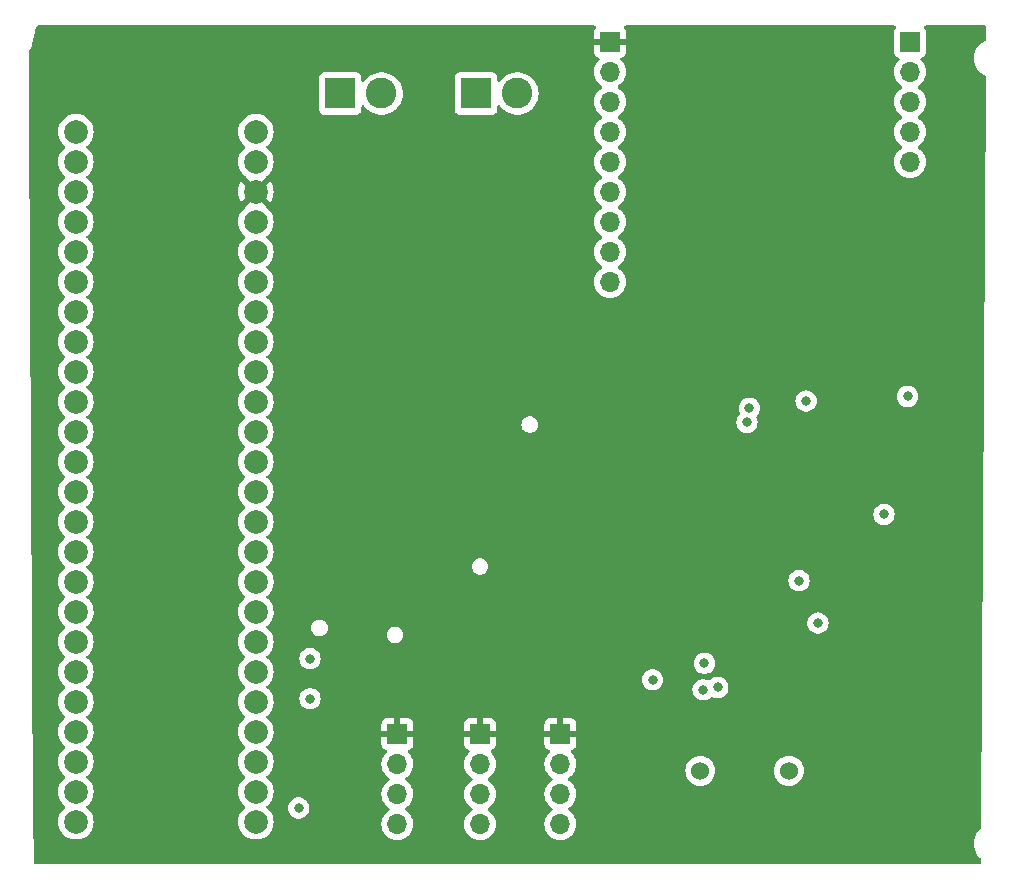
<source format=gbr>
%TF.GenerationSoftware,KiCad,Pcbnew,7.0.7*%
%TF.CreationDate,2024-02-14T21:09:05-05:00*%
%TF.ProjectId,Unified_Board,556e6966-6965-4645-9f42-6f6172642e6b,rev?*%
%TF.SameCoordinates,Original*%
%TF.FileFunction,Copper,L2,Inr*%
%TF.FilePolarity,Positive*%
%FSLAX46Y46*%
G04 Gerber Fmt 4.6, Leading zero omitted, Abs format (unit mm)*
G04 Created by KiCad (PCBNEW 7.0.7) date 2024-02-14 21:09:05*
%MOMM*%
%LPD*%
G01*
G04 APERTURE LIST*
%TA.AperFunction,ComponentPad*%
%ADD10R,1.700000X1.700000*%
%TD*%
%TA.AperFunction,ComponentPad*%
%ADD11O,1.700000X1.700000*%
%TD*%
%TA.AperFunction,ComponentPad*%
%ADD12R,2.600000X2.600000*%
%TD*%
%TA.AperFunction,ComponentPad*%
%ADD13C,2.600000*%
%TD*%
%TA.AperFunction,ComponentPad*%
%ADD14C,1.524000*%
%TD*%
%TA.AperFunction,ComponentPad*%
%ADD15C,2.000000*%
%TD*%
%TA.AperFunction,ViaPad*%
%ADD16C,0.800000*%
%TD*%
G04 APERTURE END LIST*
D10*
%TO.N,/3.3V*%
%TO.C,J3*%
X107600000Y-96000000D03*
D11*
%TO.N,/SCL*%
X107600000Y-98540000D03*
%TO.N,/SDA*%
X107600000Y-101080000D03*
%TO.N,GND*%
X107600000Y-103620000D03*
%TD*%
D12*
%TO.N,Net-(J1-Pin_1)*%
%TO.C,J1*%
X102750000Y-41750000D03*
D13*
%TO.N,Net-(J1-Pin_2)*%
X106250000Y-41750000D03*
%TD*%
D12*
%TO.N,Net-(J1-Pin_2)*%
%TO.C,J7*%
X114250000Y-41750000D03*
D13*
%TO.N,Net-(D6-K)*%
X117750000Y-41750000D03*
%TD*%
D10*
%TO.N,/3.3V*%
%TO.C,J2*%
X114600000Y-96000000D03*
D11*
%TO.N,/Breakout_RX2*%
X114600000Y-98540000D03*
%TO.N,/Breakout_TX2*%
X114600000Y-101080000D03*
%TO.N,GND*%
X114600000Y-103620000D03*
%TD*%
D10*
%TO.N,/3.3V*%
%TO.C,J4*%
X121400000Y-96000000D03*
D11*
%TO.N,/Breakout_RX1*%
X121400000Y-98540000D03*
%TO.N,/Breakout_TX1*%
X121400000Y-101080000D03*
%TO.N,GND*%
X121400000Y-103620000D03*
%TD*%
D10*
%TO.N,unconnected-(J5-Pin_1-Pad1)*%
%TO.C,J5*%
X151000000Y-37380000D03*
D11*
%TO.N,unconnected-(J5-Pin_2-Pad2)*%
X151000000Y-39920000D03*
%TO.N,unconnected-(J5-Pin_3-Pad3)*%
X151000000Y-42460000D03*
%TO.N,unconnected-(J5-Pin_4-Pad4)*%
X151000000Y-45000000D03*
%TO.N,unconnected-(J5-Pin_5-Pad5)*%
X151000000Y-47540000D03*
%TD*%
D10*
%TO.N,/3.3V*%
%TO.C,J6*%
X125600000Y-37380000D03*
D11*
%TO.N,GND*%
X125600000Y-39920000D03*
%TO.N,unconnected-(J6-Pin_3-Pad3)*%
X125600000Y-42460000D03*
%TO.N,/Radio_INT*%
X125600000Y-45000000D03*
%TO.N,/Radio_SCK*%
X125600000Y-47540000D03*
%TO.N,/Radio_MISO*%
X125600000Y-50080000D03*
%TO.N,/Radio_MOSI*%
X125600000Y-52620000D03*
%TO.N,/Radio_CS*%
X125600000Y-55160000D03*
%TO.N,/Radio_RST*%
X125600000Y-57700000D03*
%TD*%
D14*
%TO.N,Net-(BZ1--)*%
%TO.C,BZ1*%
X133250000Y-99100000D03*
%TO.N,GND*%
X140750000Y-99100000D03*
%TD*%
D15*
%TO.N,GND*%
%TO.C,Teensy4.1*%
X80380000Y-44990000D03*
%TO.N,/Breakout_RX1*%
X80380000Y-47530000D03*
%TO.N,/Breakout_TX1*%
X80380000Y-50070000D03*
%TO.N,unconnected-(Teensy4.1-PWM-Pad3)*%
X80380000Y-52610000D03*
%TO.N,unconnected-(Teensy4.1-PWM-Pad4)*%
X80380000Y-55150000D03*
%TO.N,unconnected-(Teensy4.1-PWM-Pad5)*%
X80380000Y-57690000D03*
%TO.N,unconnected-(Teensy4.1-PWM-Pad6)*%
X80380000Y-60230000D03*
%TO.N,unconnected-(Teensy4.1-PWM-Pad7)*%
X80380000Y-62770000D03*
%TO.N,/Breakout_RX2*%
X80380000Y-65310000D03*
%TO.N,/Breakout_TX2*%
X80380000Y-67850000D03*
%TO.N,unconnected-(Teensy4.1-PWM-Pad10)*%
X80380000Y-70390000D03*
%TO.N,/Radio_CS*%
X80380000Y-72930000D03*
%TO.N,/Radio_MOSI*%
X80380000Y-75470000D03*
%TO.N,/Radio_MISO*%
X80380000Y-78010000D03*
%TO.N,unconnected-(Teensy4.1-3.3V-Pad14)*%
X80380000Y-80550000D03*
%TO.N,unconnected-(Teensy4.1-SCL2-Pad15)*%
X80380000Y-83090000D03*
%TO.N,unconnected-(Teensy4.1-SDA2-Pad16)*%
X80380000Y-85630000D03*
%TO.N,unconnected-(Teensy4.1-MOSI1-Pad17)*%
X80380000Y-88170000D03*
%TO.N,unconnected-(Teensy4.1-SCK1-Pad18)*%
X80380000Y-90710000D03*
%TO.N,unconnected-(Teensy4.1-RX7-Pad19)*%
X80380000Y-93250000D03*
%TO.N,unconnected-(Teensy4.1-TX7-Pad20)*%
X80380000Y-95790000D03*
%TO.N,unconnected-(Teensy4.1-GPIO-Pad21)*%
X80380000Y-98330000D03*
%TO.N,/Radio_INT*%
X80380000Y-100870000D03*
%TO.N,/Radio_RST*%
X80380000Y-103410000D03*
%TO.N,Net-(BZ1--)*%
X95620000Y-103410000D03*
%TO.N,unconnected-(Teensy4.1-RX8-Pad25)*%
X95620000Y-100870000D03*
%TO.N,unconnected-(Teensy4.1-TX8-Pad26)*%
X95620000Y-98330000D03*
%TO.N,/BMP_I2C_ADDR*%
X95620000Y-95790000D03*
%TO.N,/BMP_INT*%
X95620000Y-93250000D03*
%TO.N,unconnected-(Teensy4.1-CS1-Pad29)*%
X95620000Y-90710000D03*
%TO.N,unconnected-(Teensy4.1-MISO-Pad30)*%
X95620000Y-88170000D03*
%TO.N,unconnected-(Teensy4.1-A16-Pad31)*%
X95620000Y-85630000D03*
%TO.N,unconnected-(Teensy4.1-A17-Pad32)*%
X95620000Y-83090000D03*
%TO.N,unconnected-(Teensy4.1-GND-Pad33)*%
X95620000Y-80550000D03*
%TO.N,/Radio_SCK*%
X95620000Y-78010000D03*
%TO.N,unconnected-(Teensy4.1-A0-Pad35)*%
X95620000Y-75470000D03*
%TO.N,unconnected-(Teensy4.1-A1-Pad36)*%
X95620000Y-72930000D03*
%TO.N,unconnected-(Teensy4.1-A2-Pad37)*%
X95620000Y-70390000D03*
%TO.N,unconnected-(Teensy4.1-A3-Pad38)*%
X95620000Y-67850000D03*
%TO.N,/SDA*%
X95620000Y-65310000D03*
%TO.N,/SCL*%
X95620000Y-62770000D03*
%TO.N,unconnected-(Teensy4.1-TX5-Pad41)*%
X95620000Y-60230000D03*
%TO.N,unconnected-(Teensy4.1-RX5-Pad42)*%
X95620000Y-57690000D03*
%TO.N,unconnected-(Teensy4.1-PWM-Pad43)*%
X95620000Y-55150000D03*
%TO.N,unconnected-(Teensy4.1-PWM-Pad44)*%
X95620000Y-52610000D03*
%TO.N,/3.3V*%
X95620000Y-50070000D03*
%TO.N,Net-(D6-K)*%
X95620000Y-47530000D03*
%TO.N,Net-(J1-Pin_1)*%
X95620000Y-44990000D03*
%TD*%
D16*
%TO.N,/3.3V*%
X143800000Y-71600000D03*
X101800000Y-69600000D03*
X146000000Y-78200000D03*
X104600000Y-82800000D03*
X151000000Y-69400000D03*
X155800000Y-66800000D03*
X155200000Y-93600000D03*
X104600000Y-88400000D03*
%TO.N,/SCL*%
X134723090Y-92046012D03*
X100200000Y-89600000D03*
X137400000Y-68400000D03*
%TO.N,GND*%
X141600000Y-83000000D03*
X142200000Y-67800000D03*
X150800000Y-67400000D03*
X148800000Y-77400000D03*
X129200000Y-91400000D03*
%TO.N,/BACKUP*%
X143200000Y-86600000D03*
X133600000Y-90000000D03*
%TO.N,Net-(BZ1--)*%
X99250000Y-102250000D03*
%TO.N,/SDA*%
X100200000Y-93000000D03*
X133487701Y-92237701D03*
X137200000Y-69600000D03*
%TD*%
%TA.AperFunction,Conductor*%
%TO.N,/3.3V*%
G36*
X124341494Y-36019685D02*
G01*
X124387249Y-36072489D01*
X124397193Y-36141647D01*
X124373721Y-36198311D01*
X124306649Y-36287906D01*
X124306645Y-36287913D01*
X124256403Y-36422620D01*
X124256401Y-36422627D01*
X124250000Y-36482155D01*
X124250000Y-37130000D01*
X124986653Y-37130000D01*
X125053692Y-37149685D01*
X125099447Y-37202489D01*
X125109391Y-37271647D01*
X125105631Y-37288933D01*
X125100000Y-37308111D01*
X125100000Y-37451888D01*
X125105631Y-37471067D01*
X125105630Y-37540936D01*
X125067855Y-37599714D01*
X125004299Y-37628738D01*
X124986653Y-37630000D01*
X124250000Y-37630000D01*
X124250000Y-38277844D01*
X124256401Y-38337372D01*
X124256403Y-38337379D01*
X124306645Y-38472086D01*
X124306649Y-38472093D01*
X124392809Y-38587187D01*
X124392812Y-38587190D01*
X124507906Y-38673350D01*
X124507913Y-38673354D01*
X124639470Y-38722421D01*
X124695403Y-38764292D01*
X124719821Y-38829756D01*
X124704970Y-38898029D01*
X124683819Y-38926284D01*
X124561503Y-39048600D01*
X124425965Y-39242169D01*
X124425964Y-39242171D01*
X124326098Y-39456335D01*
X124326094Y-39456344D01*
X124264938Y-39684586D01*
X124264936Y-39684596D01*
X124244341Y-39919999D01*
X124244341Y-39920000D01*
X124264936Y-40155403D01*
X124264938Y-40155413D01*
X124326094Y-40383655D01*
X124326096Y-40383659D01*
X124326097Y-40383663D01*
X124334708Y-40402129D01*
X124425965Y-40597830D01*
X124425967Y-40597834D01*
X124561501Y-40791395D01*
X124561506Y-40791402D01*
X124728597Y-40958493D01*
X124728603Y-40958498D01*
X124914158Y-41088425D01*
X124957783Y-41143002D01*
X124964977Y-41212500D01*
X124933454Y-41274855D01*
X124914158Y-41291575D01*
X124728597Y-41421505D01*
X124561505Y-41588597D01*
X124425965Y-41782169D01*
X124425964Y-41782171D01*
X124326098Y-41996335D01*
X124326094Y-41996344D01*
X124264938Y-42224586D01*
X124264936Y-42224596D01*
X124244341Y-42459999D01*
X124244341Y-42460000D01*
X124264936Y-42695403D01*
X124264938Y-42695413D01*
X124326094Y-42923655D01*
X124326096Y-42923659D01*
X124326097Y-42923663D01*
X124407331Y-43097870D01*
X124425965Y-43137830D01*
X124425967Y-43137834D01*
X124442633Y-43161635D01*
X124549078Y-43313654D01*
X124561501Y-43331395D01*
X124561506Y-43331402D01*
X124728597Y-43498493D01*
X124728603Y-43498498D01*
X124914158Y-43628425D01*
X124957783Y-43683002D01*
X124964977Y-43752500D01*
X124933454Y-43814855D01*
X124914158Y-43831575D01*
X124728597Y-43961505D01*
X124561505Y-44128597D01*
X124425965Y-44322169D01*
X124425964Y-44322171D01*
X124326098Y-44536335D01*
X124326094Y-44536344D01*
X124264938Y-44764586D01*
X124264936Y-44764596D01*
X124244341Y-44999999D01*
X124244341Y-45000000D01*
X124264936Y-45235403D01*
X124264938Y-45235413D01*
X124326094Y-45463655D01*
X124326096Y-45463659D01*
X124326097Y-45463663D01*
X124425965Y-45677829D01*
X124425965Y-45677830D01*
X124425967Y-45677834D01*
X124561501Y-45871395D01*
X124561506Y-45871402D01*
X124728597Y-46038493D01*
X124728603Y-46038498D01*
X124914158Y-46168425D01*
X124957783Y-46223002D01*
X124964977Y-46292500D01*
X124933454Y-46354855D01*
X124914158Y-46371575D01*
X124728597Y-46501505D01*
X124561505Y-46668597D01*
X124425965Y-46862169D01*
X124425964Y-46862171D01*
X124326098Y-47076335D01*
X124326094Y-47076344D01*
X124264938Y-47304586D01*
X124264936Y-47304596D01*
X124244341Y-47539999D01*
X124244341Y-47540000D01*
X124264936Y-47775403D01*
X124264938Y-47775413D01*
X124326094Y-48003655D01*
X124326096Y-48003659D01*
X124326097Y-48003663D01*
X124425965Y-48217829D01*
X124425965Y-48217830D01*
X124425967Y-48217834D01*
X124561501Y-48411395D01*
X124561506Y-48411402D01*
X124728597Y-48578493D01*
X124728603Y-48578498D01*
X124914158Y-48708425D01*
X124957783Y-48763002D01*
X124964977Y-48832500D01*
X124933454Y-48894855D01*
X124914158Y-48911575D01*
X124728597Y-49041505D01*
X124561505Y-49208597D01*
X124425965Y-49402169D01*
X124425964Y-49402171D01*
X124326098Y-49616335D01*
X124326094Y-49616344D01*
X124264938Y-49844586D01*
X124264936Y-49844596D01*
X124244341Y-50079999D01*
X124244341Y-50080000D01*
X124264936Y-50315403D01*
X124264938Y-50315413D01*
X124326094Y-50543655D01*
X124326096Y-50543659D01*
X124326097Y-50543663D01*
X124394267Y-50689854D01*
X124425965Y-50757830D01*
X124425967Y-50757834D01*
X124561501Y-50951395D01*
X124561506Y-50951402D01*
X124728597Y-51118493D01*
X124728603Y-51118498D01*
X124914158Y-51248425D01*
X124957783Y-51303002D01*
X124964977Y-51372500D01*
X124933454Y-51434855D01*
X124914158Y-51451575D01*
X124728597Y-51581505D01*
X124561505Y-51748597D01*
X124425965Y-51942169D01*
X124425964Y-51942171D01*
X124326098Y-52156335D01*
X124326094Y-52156344D01*
X124264938Y-52384586D01*
X124264936Y-52384596D01*
X124244341Y-52619999D01*
X124244341Y-52620000D01*
X124264936Y-52855403D01*
X124264938Y-52855413D01*
X124326094Y-53083655D01*
X124326096Y-53083659D01*
X124326097Y-53083663D01*
X124425965Y-53297830D01*
X124425967Y-53297834D01*
X124561501Y-53491395D01*
X124561506Y-53491402D01*
X124728597Y-53658493D01*
X124728603Y-53658498D01*
X124914158Y-53788425D01*
X124957783Y-53843002D01*
X124964977Y-53912500D01*
X124933454Y-53974855D01*
X124914158Y-53991575D01*
X124728597Y-54121505D01*
X124561505Y-54288597D01*
X124425965Y-54482169D01*
X124425964Y-54482171D01*
X124326098Y-54696335D01*
X124326094Y-54696344D01*
X124264938Y-54924586D01*
X124264936Y-54924596D01*
X124244341Y-55159999D01*
X124244341Y-55160000D01*
X124264936Y-55395403D01*
X124264938Y-55395413D01*
X124326094Y-55623655D01*
X124326096Y-55623659D01*
X124326097Y-55623663D01*
X124425965Y-55837829D01*
X124425965Y-55837830D01*
X124425967Y-55837834D01*
X124561501Y-56031395D01*
X124561506Y-56031402D01*
X124728597Y-56198493D01*
X124728603Y-56198498D01*
X124914158Y-56328425D01*
X124957783Y-56383002D01*
X124964977Y-56452500D01*
X124933454Y-56514855D01*
X124914158Y-56531575D01*
X124728597Y-56661505D01*
X124561505Y-56828597D01*
X124425965Y-57022169D01*
X124425964Y-57022171D01*
X124326098Y-57236335D01*
X124326094Y-57236344D01*
X124264938Y-57464586D01*
X124264936Y-57464596D01*
X124244341Y-57699999D01*
X124244341Y-57700000D01*
X124264936Y-57935403D01*
X124264938Y-57935413D01*
X124326094Y-58163655D01*
X124326096Y-58163659D01*
X124326097Y-58163663D01*
X124425965Y-58377829D01*
X124425965Y-58377830D01*
X124425967Y-58377834D01*
X124534281Y-58532521D01*
X124561505Y-58571401D01*
X124728599Y-58738495D01*
X124813207Y-58797738D01*
X124922165Y-58874032D01*
X124922167Y-58874033D01*
X124922170Y-58874035D01*
X125136337Y-58973903D01*
X125364592Y-59035063D01*
X125527467Y-59049313D01*
X125599999Y-59055659D01*
X125600000Y-59055659D01*
X125600001Y-59055659D01*
X125672533Y-59049313D01*
X125835408Y-59035063D01*
X126063663Y-58973903D01*
X126277830Y-58874035D01*
X126471401Y-58738495D01*
X126638495Y-58571401D01*
X126774035Y-58377830D01*
X126873903Y-58163663D01*
X126935063Y-57935408D01*
X126955659Y-57700000D01*
X126935063Y-57464592D01*
X126873903Y-57236337D01*
X126774035Y-57022171D01*
X126739881Y-56973393D01*
X126638494Y-56828597D01*
X126471402Y-56661506D01*
X126471396Y-56661501D01*
X126285842Y-56531575D01*
X126242217Y-56476998D01*
X126235023Y-56407500D01*
X126266546Y-56345145D01*
X126285842Y-56328425D01*
X126386793Y-56257738D01*
X126471401Y-56198495D01*
X126638495Y-56031401D01*
X126774035Y-55837830D01*
X126873903Y-55623663D01*
X126935063Y-55395408D01*
X126955659Y-55160000D01*
X126935063Y-54924592D01*
X126873903Y-54696337D01*
X126774035Y-54482171D01*
X126739881Y-54433393D01*
X126638494Y-54288597D01*
X126471402Y-54121506D01*
X126471396Y-54121501D01*
X126285842Y-53991575D01*
X126242217Y-53936998D01*
X126235023Y-53867500D01*
X126266546Y-53805145D01*
X126285842Y-53788425D01*
X126386793Y-53717738D01*
X126471401Y-53658495D01*
X126638495Y-53491401D01*
X126774035Y-53297830D01*
X126873903Y-53083663D01*
X126935063Y-52855408D01*
X126955659Y-52620000D01*
X126935063Y-52384592D01*
X126873903Y-52156337D01*
X126774035Y-51942171D01*
X126739881Y-51893393D01*
X126638494Y-51748597D01*
X126471402Y-51581506D01*
X126471396Y-51581501D01*
X126285842Y-51451575D01*
X126242217Y-51396998D01*
X126235023Y-51327500D01*
X126266546Y-51265145D01*
X126285842Y-51248425D01*
X126386793Y-51177738D01*
X126471401Y-51118495D01*
X126638495Y-50951401D01*
X126774035Y-50757830D01*
X126873903Y-50543663D01*
X126935063Y-50315408D01*
X126955659Y-50080000D01*
X126935063Y-49844592D01*
X126873903Y-49616337D01*
X126774035Y-49402171D01*
X126740047Y-49353630D01*
X126638494Y-49208597D01*
X126471402Y-49041506D01*
X126471396Y-49041501D01*
X126285842Y-48911575D01*
X126242217Y-48856998D01*
X126235023Y-48787500D01*
X126266546Y-48725145D01*
X126285842Y-48708425D01*
X126386793Y-48637738D01*
X126471401Y-48578495D01*
X126638495Y-48411401D01*
X126774035Y-48217830D01*
X126873903Y-48003663D01*
X126935063Y-47775408D01*
X126955659Y-47540000D01*
X126935063Y-47304592D01*
X126873903Y-47076337D01*
X126774035Y-46862171D01*
X126739881Y-46813393D01*
X126638494Y-46668597D01*
X126471402Y-46501506D01*
X126471396Y-46501501D01*
X126285842Y-46371575D01*
X126242217Y-46316998D01*
X126235023Y-46247500D01*
X126266546Y-46185145D01*
X126285842Y-46168425D01*
X126386793Y-46097738D01*
X126471401Y-46038495D01*
X126638495Y-45871401D01*
X126774035Y-45677830D01*
X126873903Y-45463663D01*
X126935063Y-45235408D01*
X126955659Y-45000000D01*
X126935063Y-44764592D01*
X126873903Y-44536337D01*
X126774035Y-44322171D01*
X126739881Y-44273393D01*
X126638494Y-44128597D01*
X126471402Y-43961506D01*
X126471396Y-43961501D01*
X126285842Y-43831575D01*
X126242217Y-43776998D01*
X126235023Y-43707500D01*
X126266546Y-43645145D01*
X126285842Y-43628425D01*
X126397130Y-43550500D01*
X126471401Y-43498495D01*
X126638495Y-43331401D01*
X126774035Y-43137830D01*
X126873903Y-42923663D01*
X126935063Y-42695408D01*
X126955659Y-42460000D01*
X126935063Y-42224592D01*
X126873903Y-41996337D01*
X126774035Y-41782171D01*
X126751506Y-41749995D01*
X126638494Y-41588597D01*
X126471402Y-41421506D01*
X126471396Y-41421501D01*
X126285842Y-41291575D01*
X126242217Y-41236998D01*
X126235023Y-41167500D01*
X126266546Y-41105145D01*
X126285842Y-41088425D01*
X126308026Y-41072891D01*
X126471401Y-40958495D01*
X126638495Y-40791401D01*
X126774035Y-40597830D01*
X126873903Y-40383663D01*
X126935063Y-40155408D01*
X126955659Y-39920000D01*
X126935063Y-39684592D01*
X126873903Y-39456337D01*
X126774035Y-39242171D01*
X126638495Y-39048599D01*
X126516179Y-38926283D01*
X126482696Y-38864963D01*
X126487680Y-38795271D01*
X126529551Y-38739337D01*
X126560529Y-38722422D01*
X126692086Y-38673354D01*
X126692093Y-38673350D01*
X126807187Y-38587190D01*
X126807190Y-38587187D01*
X126893350Y-38472093D01*
X126893354Y-38472086D01*
X126943596Y-38337379D01*
X126943598Y-38337372D01*
X126949999Y-38277844D01*
X126950000Y-38277827D01*
X126950000Y-37630000D01*
X126213347Y-37630000D01*
X126146308Y-37610315D01*
X126100553Y-37557511D01*
X126090609Y-37488353D01*
X126094369Y-37471067D01*
X126100000Y-37451888D01*
X126100000Y-37308111D01*
X126094369Y-37288933D01*
X126094370Y-37219064D01*
X126132145Y-37160286D01*
X126195701Y-37131262D01*
X126213347Y-37130000D01*
X126950000Y-37130000D01*
X126950000Y-36482172D01*
X126949999Y-36482155D01*
X126943598Y-36422627D01*
X126943596Y-36422620D01*
X126893354Y-36287913D01*
X126893350Y-36287906D01*
X126826279Y-36198311D01*
X126801861Y-36132847D01*
X126816712Y-36064574D01*
X126866117Y-36015168D01*
X126925545Y-36000000D01*
X149673831Y-36000000D01*
X149740870Y-36019685D01*
X149786625Y-36072489D01*
X149796569Y-36141647D01*
X149773097Y-36198311D01*
X149706206Y-36287664D01*
X149706202Y-36287671D01*
X149655908Y-36422517D01*
X149649501Y-36482116D01*
X149649501Y-36482123D01*
X149649500Y-36482135D01*
X149649500Y-38277870D01*
X149649501Y-38277876D01*
X149655908Y-38337483D01*
X149706202Y-38472328D01*
X149706206Y-38472335D01*
X149792452Y-38587544D01*
X149792455Y-38587547D01*
X149907664Y-38673793D01*
X149907671Y-38673797D01*
X150039081Y-38722810D01*
X150095015Y-38764681D01*
X150119432Y-38830145D01*
X150104580Y-38898418D01*
X150083430Y-38926673D01*
X149961503Y-39048600D01*
X149825965Y-39242169D01*
X149825964Y-39242171D01*
X149726098Y-39456335D01*
X149726094Y-39456344D01*
X149664938Y-39684586D01*
X149664936Y-39684596D01*
X149644341Y-39919999D01*
X149644341Y-39920000D01*
X149664936Y-40155403D01*
X149664938Y-40155413D01*
X149726094Y-40383655D01*
X149726096Y-40383659D01*
X149726097Y-40383663D01*
X149734708Y-40402129D01*
X149825965Y-40597830D01*
X149825967Y-40597834D01*
X149961501Y-40791395D01*
X149961506Y-40791402D01*
X150128597Y-40958493D01*
X150128603Y-40958498D01*
X150314158Y-41088425D01*
X150357783Y-41143002D01*
X150364977Y-41212500D01*
X150333454Y-41274855D01*
X150314158Y-41291575D01*
X150128597Y-41421505D01*
X149961505Y-41588597D01*
X149825965Y-41782169D01*
X149825964Y-41782171D01*
X149726098Y-41996335D01*
X149726094Y-41996344D01*
X149664938Y-42224586D01*
X149664936Y-42224596D01*
X149644341Y-42459999D01*
X149644341Y-42460000D01*
X149664936Y-42695403D01*
X149664938Y-42695413D01*
X149726094Y-42923655D01*
X149726096Y-42923659D01*
X149726097Y-42923663D01*
X149807331Y-43097870D01*
X149825965Y-43137830D01*
X149825967Y-43137834D01*
X149842633Y-43161635D01*
X149949078Y-43313654D01*
X149961501Y-43331395D01*
X149961506Y-43331402D01*
X150128597Y-43498493D01*
X150128603Y-43498498D01*
X150314158Y-43628425D01*
X150357783Y-43683002D01*
X150364977Y-43752500D01*
X150333454Y-43814855D01*
X150314158Y-43831575D01*
X150128597Y-43961505D01*
X149961505Y-44128597D01*
X149825965Y-44322169D01*
X149825964Y-44322171D01*
X149726098Y-44536335D01*
X149726094Y-44536344D01*
X149664938Y-44764586D01*
X149664936Y-44764596D01*
X149644341Y-44999999D01*
X149644341Y-45000000D01*
X149664936Y-45235403D01*
X149664938Y-45235413D01*
X149726094Y-45463655D01*
X149726096Y-45463659D01*
X149726097Y-45463663D01*
X149825964Y-45677829D01*
X149825965Y-45677830D01*
X149825967Y-45677834D01*
X149961501Y-45871395D01*
X149961506Y-45871402D01*
X150128597Y-46038493D01*
X150128603Y-46038498D01*
X150314158Y-46168425D01*
X150357783Y-46223002D01*
X150364977Y-46292500D01*
X150333454Y-46354855D01*
X150314158Y-46371575D01*
X150128597Y-46501505D01*
X149961505Y-46668597D01*
X149825965Y-46862169D01*
X149825964Y-46862171D01*
X149726098Y-47076335D01*
X149726094Y-47076344D01*
X149664938Y-47304586D01*
X149664936Y-47304596D01*
X149644341Y-47539999D01*
X149644341Y-47540000D01*
X149664936Y-47775403D01*
X149664938Y-47775413D01*
X149726094Y-48003655D01*
X149726096Y-48003659D01*
X149726097Y-48003663D01*
X149825965Y-48217829D01*
X149825965Y-48217830D01*
X149825967Y-48217834D01*
X149934281Y-48372521D01*
X149961505Y-48411401D01*
X150128599Y-48578495D01*
X150213207Y-48637738D01*
X150322165Y-48714032D01*
X150322167Y-48714033D01*
X150322170Y-48714035D01*
X150536337Y-48813903D01*
X150764592Y-48875063D01*
X150927467Y-48889313D01*
X150999999Y-48895659D01*
X151000000Y-48895659D01*
X151000001Y-48895659D01*
X151072533Y-48889313D01*
X151235408Y-48875063D01*
X151463663Y-48813903D01*
X151677830Y-48714035D01*
X151871401Y-48578495D01*
X152038495Y-48411401D01*
X152174035Y-48217830D01*
X152273903Y-48003663D01*
X152335063Y-47775408D01*
X152355659Y-47540000D01*
X152335063Y-47304592D01*
X152273903Y-47076337D01*
X152174035Y-46862171D01*
X152139881Y-46813393D01*
X152038494Y-46668597D01*
X151871402Y-46501506D01*
X151871401Y-46501505D01*
X151685842Y-46371575D01*
X151685841Y-46371574D01*
X151642216Y-46316997D01*
X151635024Y-46247498D01*
X151666546Y-46185144D01*
X151685836Y-46168428D01*
X151871401Y-46038495D01*
X152038495Y-45871401D01*
X152174035Y-45677830D01*
X152273903Y-45463663D01*
X152335063Y-45235408D01*
X152355659Y-45000000D01*
X152335063Y-44764592D01*
X152273903Y-44536337D01*
X152174035Y-44322171D01*
X152139881Y-44273393D01*
X152038494Y-44128597D01*
X151871402Y-43961506D01*
X151871401Y-43961505D01*
X151685842Y-43831575D01*
X151685841Y-43831574D01*
X151642216Y-43776997D01*
X151635024Y-43707498D01*
X151666546Y-43645144D01*
X151685836Y-43628428D01*
X151871401Y-43498495D01*
X152038495Y-43331401D01*
X152174035Y-43137830D01*
X152273903Y-42923663D01*
X152335063Y-42695408D01*
X152355659Y-42460000D01*
X152335063Y-42224592D01*
X152273903Y-41996337D01*
X152174035Y-41782171D01*
X152151506Y-41749995D01*
X152038494Y-41588597D01*
X151871402Y-41421506D01*
X151871401Y-41421505D01*
X151685842Y-41291575D01*
X151685841Y-41291574D01*
X151642216Y-41236997D01*
X151635024Y-41167498D01*
X151666546Y-41105144D01*
X151685836Y-41088428D01*
X151871401Y-40958495D01*
X152038495Y-40791401D01*
X152174035Y-40597830D01*
X152273903Y-40383663D01*
X152335063Y-40155408D01*
X152355659Y-39920000D01*
X152335063Y-39684592D01*
X152273903Y-39456337D01*
X152174035Y-39242171D01*
X152038495Y-39048599D01*
X151916567Y-38926671D01*
X151883084Y-38865351D01*
X151888068Y-38795659D01*
X151929939Y-38739725D01*
X151960915Y-38722810D01*
X152092331Y-38673796D01*
X152207546Y-38587546D01*
X152293796Y-38472331D01*
X152344091Y-38337483D01*
X152350500Y-38277873D01*
X152350499Y-36482128D01*
X152344091Y-36422517D01*
X152293884Y-36287906D01*
X152293797Y-36287671D01*
X152293793Y-36287664D01*
X152226903Y-36198311D01*
X152202485Y-36132847D01*
X152217336Y-36064574D01*
X152266741Y-36015168D01*
X152326169Y-36000000D01*
X157325211Y-36000000D01*
X157392250Y-36019685D01*
X157438005Y-36072489D01*
X157449209Y-36124786D01*
X157442606Y-37166441D01*
X157422496Y-37233354D01*
X157369403Y-37278774D01*
X157366062Y-37280215D01*
X157271140Y-37319534D01*
X157271137Y-37319535D01*
X157056346Y-37451160D01*
X157056343Y-37451161D01*
X156864776Y-37614776D01*
X156701161Y-37806343D01*
X156701160Y-37806346D01*
X156569533Y-38021140D01*
X156473126Y-38253889D01*
X156414317Y-38498848D01*
X156394551Y-38749999D01*
X156394551Y-38750000D01*
X156399492Y-38812787D01*
X156414317Y-39001151D01*
X156473126Y-39246110D01*
X156569533Y-39478859D01*
X156701160Y-39693653D01*
X156701161Y-39693656D01*
X156701164Y-39693659D01*
X156864776Y-39885224D01*
X156987123Y-39989718D01*
X157056343Y-40048838D01*
X157056346Y-40048839D01*
X157271141Y-40180466D01*
X157271143Y-40180467D01*
X157346030Y-40211486D01*
X157400434Y-40255326D01*
X157422499Y-40321620D01*
X157422576Y-40326833D01*
X157019481Y-103926263D01*
X156999371Y-103993176D01*
X156976015Y-104019767D01*
X156864782Y-104114770D01*
X156864776Y-104114776D01*
X156701161Y-104306343D01*
X156701160Y-104306346D01*
X156569533Y-104521140D01*
X156473126Y-104753889D01*
X156414317Y-104998848D01*
X156394551Y-105250000D01*
X156414317Y-105501151D01*
X156473126Y-105746110D01*
X156569533Y-105978859D01*
X156701160Y-106193653D01*
X156701161Y-106193656D01*
X156701164Y-106193659D01*
X156864776Y-106385224D01*
X156954851Y-106462155D01*
X156959315Y-106465968D01*
X156997508Y-106524475D01*
X157002781Y-106561043D01*
X157000781Y-106876785D01*
X156980672Y-106943699D01*
X156927579Y-106989118D01*
X156876783Y-107000000D01*
X76923283Y-107000000D01*
X76856244Y-106980315D01*
X76810489Y-106927511D01*
X76799285Y-106876719D01*
X76795325Y-106193656D01*
X76779188Y-103410005D01*
X78874357Y-103410005D01*
X78894890Y-103657812D01*
X78894892Y-103657824D01*
X78955936Y-103898881D01*
X79055826Y-104126606D01*
X79191833Y-104334782D01*
X79191836Y-104334785D01*
X79360256Y-104517738D01*
X79556491Y-104670474D01*
X79775190Y-104788828D01*
X80010386Y-104869571D01*
X80255665Y-104910500D01*
X80504335Y-104910500D01*
X80749614Y-104869571D01*
X80984810Y-104788828D01*
X81203509Y-104670474D01*
X81399744Y-104517738D01*
X81568164Y-104334785D01*
X81704173Y-104126607D01*
X81804063Y-103898881D01*
X81865108Y-103657821D01*
X81865109Y-103657812D01*
X81885643Y-103410005D01*
X94114357Y-103410005D01*
X94134890Y-103657812D01*
X94134892Y-103657824D01*
X94195936Y-103898881D01*
X94295826Y-104126606D01*
X94431833Y-104334782D01*
X94431836Y-104334785D01*
X94600256Y-104517738D01*
X94796491Y-104670474D01*
X95015190Y-104788828D01*
X95250386Y-104869571D01*
X95495665Y-104910500D01*
X95744335Y-104910500D01*
X95989614Y-104869571D01*
X96224810Y-104788828D01*
X96443509Y-104670474D01*
X96639744Y-104517738D01*
X96808164Y-104334785D01*
X96944173Y-104126607D01*
X97044063Y-103898881D01*
X97105108Y-103657821D01*
X97105109Y-103657812D01*
X97108242Y-103620000D01*
X106244341Y-103620000D01*
X106264936Y-103855403D01*
X106264938Y-103855413D01*
X106326094Y-104083655D01*
X106326096Y-104083659D01*
X106326097Y-104083663D01*
X106425964Y-104297829D01*
X106425965Y-104297830D01*
X106425967Y-104297834D01*
X106451841Y-104334785D01*
X106561505Y-104491401D01*
X106728599Y-104658495D01*
X106825384Y-104726264D01*
X106922165Y-104794032D01*
X106922167Y-104794033D01*
X106922170Y-104794035D01*
X107136337Y-104893903D01*
X107364592Y-104955063D01*
X107552918Y-104971539D01*
X107599999Y-104975659D01*
X107600000Y-104975659D01*
X107600001Y-104975659D01*
X107639234Y-104972226D01*
X107835408Y-104955063D01*
X108063663Y-104893903D01*
X108277830Y-104794035D01*
X108471401Y-104658495D01*
X108638495Y-104491401D01*
X108774035Y-104297830D01*
X108873903Y-104083663D01*
X108935063Y-103855408D01*
X108955659Y-103620000D01*
X113244341Y-103620000D01*
X113264936Y-103855403D01*
X113264938Y-103855413D01*
X113326094Y-104083655D01*
X113326096Y-104083659D01*
X113326097Y-104083663D01*
X113425965Y-104297829D01*
X113425965Y-104297830D01*
X113425967Y-104297834D01*
X113451841Y-104334785D01*
X113561505Y-104491401D01*
X113728599Y-104658495D01*
X113825384Y-104726264D01*
X113922165Y-104794032D01*
X113922167Y-104794033D01*
X113922170Y-104794035D01*
X114136337Y-104893903D01*
X114364592Y-104955063D01*
X114552918Y-104971539D01*
X114599999Y-104975659D01*
X114600000Y-104975659D01*
X114600001Y-104975659D01*
X114639234Y-104972226D01*
X114835408Y-104955063D01*
X115063663Y-104893903D01*
X115277830Y-104794035D01*
X115471401Y-104658495D01*
X115638495Y-104491401D01*
X115774035Y-104297830D01*
X115873903Y-104083663D01*
X115935063Y-103855408D01*
X115955659Y-103620000D01*
X120044341Y-103620000D01*
X120064936Y-103855403D01*
X120064938Y-103855413D01*
X120126094Y-104083655D01*
X120126096Y-104083659D01*
X120126097Y-104083663D01*
X120225964Y-104297829D01*
X120225965Y-104297830D01*
X120225967Y-104297834D01*
X120251841Y-104334785D01*
X120361505Y-104491401D01*
X120528599Y-104658495D01*
X120625384Y-104726264D01*
X120722165Y-104794032D01*
X120722167Y-104794033D01*
X120722170Y-104794035D01*
X120936337Y-104893903D01*
X121164592Y-104955063D01*
X121352918Y-104971539D01*
X121399999Y-104975659D01*
X121400000Y-104975659D01*
X121400001Y-104975659D01*
X121439234Y-104972226D01*
X121635408Y-104955063D01*
X121863663Y-104893903D01*
X122077830Y-104794035D01*
X122271401Y-104658495D01*
X122438495Y-104491401D01*
X122574035Y-104297830D01*
X122673903Y-104083663D01*
X122735063Y-103855408D01*
X122755659Y-103620000D01*
X122735063Y-103384592D01*
X122688626Y-103211285D01*
X122673905Y-103156344D01*
X122673904Y-103156343D01*
X122673903Y-103156337D01*
X122574035Y-102942171D01*
X122559295Y-102921119D01*
X122438494Y-102748597D01*
X122271402Y-102581506D01*
X122271396Y-102581501D01*
X122085842Y-102451575D01*
X122042217Y-102396998D01*
X122035023Y-102327500D01*
X122066546Y-102265145D01*
X122085842Y-102248425D01*
X122181930Y-102181143D01*
X122271401Y-102118495D01*
X122438495Y-101951401D01*
X122574035Y-101757830D01*
X122673903Y-101543663D01*
X122735063Y-101315408D01*
X122755659Y-101080000D01*
X122735063Y-100844592D01*
X122688626Y-100671285D01*
X122673905Y-100616344D01*
X122673904Y-100616343D01*
X122673903Y-100616337D01*
X122574035Y-100402171D01*
X122559295Y-100381119D01*
X122438494Y-100208597D01*
X122271402Y-100041506D01*
X122271401Y-100041505D01*
X122133885Y-99945215D01*
X122085841Y-99911574D01*
X122042216Y-99856997D01*
X122035024Y-99787498D01*
X122066546Y-99725144D01*
X122085836Y-99708428D01*
X122271401Y-99578495D01*
X122438495Y-99411401D01*
X122574035Y-99217830D01*
X122628979Y-99100002D01*
X131982677Y-99100002D01*
X132001929Y-99320062D01*
X132001930Y-99320070D01*
X132059104Y-99533445D01*
X132059105Y-99533447D01*
X132059106Y-99533450D01*
X132090139Y-99600000D01*
X132152466Y-99733662D01*
X132152468Y-99733666D01*
X132279170Y-99914615D01*
X132279175Y-99914621D01*
X132435378Y-100070824D01*
X132435384Y-100070829D01*
X132616333Y-100197531D01*
X132616335Y-100197532D01*
X132616338Y-100197534D01*
X132816550Y-100290894D01*
X133029932Y-100348070D01*
X133187123Y-100361822D01*
X133249998Y-100367323D01*
X133250000Y-100367323D01*
X133250002Y-100367323D01*
X133305017Y-100362509D01*
X133470068Y-100348070D01*
X133683450Y-100290894D01*
X133883662Y-100197534D01*
X134064620Y-100070826D01*
X134220826Y-99914620D01*
X134347534Y-99733662D01*
X134440894Y-99533450D01*
X134498070Y-99320068D01*
X134517323Y-99100002D01*
X139482677Y-99100002D01*
X139501929Y-99320062D01*
X139501930Y-99320070D01*
X139559104Y-99533445D01*
X139559105Y-99533447D01*
X139559106Y-99533450D01*
X139590139Y-99600000D01*
X139652466Y-99733662D01*
X139652468Y-99733666D01*
X139779170Y-99914615D01*
X139779175Y-99914621D01*
X139935378Y-100070824D01*
X139935384Y-100070829D01*
X140116333Y-100197531D01*
X140116335Y-100197532D01*
X140116338Y-100197534D01*
X140316550Y-100290894D01*
X140529932Y-100348070D01*
X140687123Y-100361822D01*
X140749998Y-100367323D01*
X140750000Y-100367323D01*
X140750002Y-100367323D01*
X140805016Y-100362509D01*
X140970068Y-100348070D01*
X141183450Y-100290894D01*
X141383662Y-100197534D01*
X141564620Y-100070826D01*
X141720826Y-99914620D01*
X141847534Y-99733662D01*
X141940894Y-99533450D01*
X141998070Y-99320068D01*
X142017323Y-99100000D01*
X141998070Y-98879932D01*
X141940894Y-98666550D01*
X141847534Y-98466339D01*
X141734281Y-98304596D01*
X141720827Y-98285381D01*
X141720823Y-98285377D01*
X141564620Y-98129174D01*
X141564616Y-98129171D01*
X141564615Y-98129170D01*
X141383666Y-98002468D01*
X141383662Y-98002466D01*
X141383660Y-98002465D01*
X141183450Y-97909106D01*
X141183447Y-97909105D01*
X141183445Y-97909104D01*
X140970070Y-97851930D01*
X140970062Y-97851929D01*
X140750002Y-97832677D01*
X140749998Y-97832677D01*
X140529937Y-97851929D01*
X140529929Y-97851930D01*
X140316554Y-97909104D01*
X140316548Y-97909107D01*
X140116340Y-98002465D01*
X140116338Y-98002466D01*
X139935377Y-98129175D01*
X139779175Y-98285377D01*
X139652466Y-98466338D01*
X139652465Y-98466340D01*
X139559107Y-98666548D01*
X139559104Y-98666554D01*
X139501930Y-98879929D01*
X139501929Y-98879937D01*
X139482677Y-99099997D01*
X139482677Y-99100002D01*
X134517323Y-99100002D01*
X134517323Y-99100000D01*
X134498070Y-98879932D01*
X134440894Y-98666550D01*
X134347534Y-98466339D01*
X134234281Y-98304596D01*
X134220827Y-98285381D01*
X134220823Y-98285377D01*
X134064620Y-98129174D01*
X134064616Y-98129171D01*
X134064615Y-98129170D01*
X133883666Y-98002468D01*
X133883662Y-98002466D01*
X133883660Y-98002465D01*
X133683450Y-97909106D01*
X133683447Y-97909105D01*
X133683445Y-97909104D01*
X133470070Y-97851930D01*
X133470062Y-97851929D01*
X133250002Y-97832677D01*
X133249998Y-97832677D01*
X133029937Y-97851929D01*
X133029929Y-97851930D01*
X132816554Y-97909104D01*
X132816548Y-97909107D01*
X132616340Y-98002465D01*
X132616338Y-98002466D01*
X132435377Y-98129175D01*
X132279175Y-98285377D01*
X132152466Y-98466338D01*
X132152465Y-98466340D01*
X132059107Y-98666548D01*
X132059104Y-98666554D01*
X132001930Y-98879929D01*
X132001929Y-98879937D01*
X131982677Y-99099997D01*
X131982677Y-99100002D01*
X122628979Y-99100002D01*
X122673903Y-99003663D01*
X122735063Y-98775408D01*
X122755659Y-98540000D01*
X122735063Y-98304592D01*
X122688059Y-98129170D01*
X122673905Y-98076344D01*
X122673904Y-98076343D01*
X122673903Y-98076337D01*
X122574035Y-97862171D01*
X122566864Y-97851930D01*
X122438496Y-97668600D01*
X122383289Y-97613393D01*
X122316179Y-97546283D01*
X122282696Y-97484963D01*
X122287680Y-97415271D01*
X122329551Y-97359337D01*
X122360529Y-97342422D01*
X122492086Y-97293354D01*
X122492093Y-97293350D01*
X122607187Y-97207190D01*
X122607190Y-97207187D01*
X122693350Y-97092093D01*
X122693354Y-97092086D01*
X122743596Y-96957379D01*
X122743598Y-96957372D01*
X122749999Y-96897844D01*
X122750000Y-96897827D01*
X122750000Y-96250000D01*
X122013347Y-96250000D01*
X121946308Y-96230315D01*
X121900553Y-96177511D01*
X121890609Y-96108353D01*
X121894369Y-96091067D01*
X121900000Y-96071888D01*
X121900000Y-95928111D01*
X121894369Y-95908933D01*
X121894370Y-95839064D01*
X121932145Y-95780286D01*
X121995701Y-95751262D01*
X122013347Y-95750000D01*
X122750000Y-95750000D01*
X122750000Y-95102172D01*
X122749999Y-95102155D01*
X122743598Y-95042627D01*
X122743596Y-95042620D01*
X122693354Y-94907913D01*
X122693350Y-94907906D01*
X122607190Y-94792812D01*
X122607187Y-94792809D01*
X122492093Y-94706649D01*
X122492086Y-94706645D01*
X122357379Y-94656403D01*
X122357372Y-94656401D01*
X122297844Y-94650000D01*
X121650000Y-94650000D01*
X121649999Y-95387698D01*
X121630314Y-95454738D01*
X121577510Y-95500492D01*
X121508353Y-95510436D01*
X121435764Y-95500000D01*
X121435763Y-95500000D01*
X121364237Y-95500000D01*
X121364233Y-95500000D01*
X121291645Y-95510436D01*
X121222487Y-95500492D01*
X121169684Y-95454736D01*
X121150000Y-95387698D01*
X121150000Y-94650000D01*
X120502155Y-94650000D01*
X120442627Y-94656401D01*
X120442620Y-94656403D01*
X120307913Y-94706645D01*
X120307906Y-94706649D01*
X120192812Y-94792809D01*
X120192809Y-94792812D01*
X120106649Y-94907906D01*
X120106645Y-94907913D01*
X120056403Y-95042620D01*
X120056401Y-95042627D01*
X120050000Y-95102155D01*
X120050000Y-95750000D01*
X120786653Y-95750000D01*
X120853692Y-95769685D01*
X120899447Y-95822489D01*
X120909391Y-95891647D01*
X120905631Y-95908933D01*
X120900000Y-95928111D01*
X120900000Y-96071888D01*
X120905631Y-96091067D01*
X120905630Y-96160936D01*
X120867855Y-96219714D01*
X120804299Y-96248738D01*
X120786653Y-96250000D01*
X120050000Y-96250000D01*
X120050000Y-96897844D01*
X120056401Y-96957372D01*
X120056403Y-96957379D01*
X120106645Y-97092086D01*
X120106649Y-97092093D01*
X120192809Y-97207187D01*
X120192812Y-97207190D01*
X120307906Y-97293350D01*
X120307913Y-97293354D01*
X120439470Y-97342421D01*
X120495403Y-97384292D01*
X120519821Y-97449756D01*
X120504970Y-97518029D01*
X120483819Y-97546284D01*
X120361503Y-97668600D01*
X120225965Y-97862169D01*
X120225964Y-97862171D01*
X120126098Y-98076335D01*
X120126094Y-98076344D01*
X120064938Y-98304586D01*
X120064936Y-98304596D01*
X120044341Y-98539999D01*
X120044341Y-98540000D01*
X120064936Y-98775403D01*
X120064938Y-98775413D01*
X120126094Y-99003655D01*
X120126096Y-99003659D01*
X120126097Y-99003663D01*
X120171020Y-99100000D01*
X120225965Y-99217830D01*
X120225967Y-99217834D01*
X120361501Y-99411395D01*
X120361506Y-99411402D01*
X120528597Y-99578493D01*
X120528603Y-99578498D01*
X120714158Y-99708425D01*
X120757783Y-99763002D01*
X120764977Y-99832500D01*
X120733454Y-99894855D01*
X120714158Y-99911575D01*
X120528597Y-100041505D01*
X120361505Y-100208597D01*
X120225965Y-100402169D01*
X120225964Y-100402171D01*
X120126098Y-100616335D01*
X120126094Y-100616344D01*
X120064938Y-100844586D01*
X120064936Y-100844596D01*
X120044341Y-101079999D01*
X120044341Y-101080000D01*
X120064936Y-101315403D01*
X120064938Y-101315413D01*
X120126094Y-101543655D01*
X120126096Y-101543659D01*
X120126097Y-101543663D01*
X120207291Y-101717784D01*
X120225965Y-101757830D01*
X120225967Y-101757834D01*
X120361501Y-101951395D01*
X120361506Y-101951402D01*
X120528597Y-102118493D01*
X120528603Y-102118498D01*
X120714158Y-102248425D01*
X120757783Y-102303002D01*
X120764977Y-102372500D01*
X120733454Y-102434855D01*
X120714158Y-102451575D01*
X120528597Y-102581505D01*
X120361505Y-102748597D01*
X120225965Y-102942169D01*
X120225964Y-102942171D01*
X120126098Y-103156335D01*
X120126094Y-103156344D01*
X120064938Y-103384586D01*
X120064936Y-103384596D01*
X120044341Y-103619999D01*
X120044341Y-103620000D01*
X115955659Y-103620000D01*
X115935063Y-103384592D01*
X115888626Y-103211285D01*
X115873905Y-103156344D01*
X115873904Y-103156343D01*
X115873903Y-103156337D01*
X115774035Y-102942171D01*
X115759295Y-102921119D01*
X115638494Y-102748597D01*
X115471402Y-102581506D01*
X115471401Y-102581505D01*
X115285842Y-102451575D01*
X115285841Y-102451574D01*
X115242216Y-102396997D01*
X115235024Y-102327498D01*
X115266546Y-102265144D01*
X115285836Y-102248428D01*
X115471401Y-102118495D01*
X115638495Y-101951401D01*
X115774035Y-101757830D01*
X115873903Y-101543663D01*
X115935063Y-101315408D01*
X115955659Y-101080000D01*
X115935063Y-100844592D01*
X115888626Y-100671285D01*
X115873905Y-100616344D01*
X115873904Y-100616343D01*
X115873903Y-100616337D01*
X115774035Y-100402171D01*
X115759295Y-100381119D01*
X115638494Y-100208597D01*
X115471402Y-100041506D01*
X115471396Y-100041501D01*
X115285842Y-99911575D01*
X115242217Y-99856998D01*
X115235023Y-99787500D01*
X115266546Y-99725145D01*
X115285842Y-99708425D01*
X115381933Y-99641141D01*
X115471401Y-99578495D01*
X115638495Y-99411401D01*
X115774035Y-99217830D01*
X115873903Y-99003663D01*
X115935063Y-98775408D01*
X115955659Y-98540000D01*
X115935063Y-98304592D01*
X115888059Y-98129170D01*
X115873905Y-98076344D01*
X115873904Y-98076343D01*
X115873903Y-98076337D01*
X115774035Y-97862171D01*
X115766864Y-97851930D01*
X115638496Y-97668600D01*
X115583289Y-97613393D01*
X115516179Y-97546283D01*
X115482696Y-97484963D01*
X115487680Y-97415271D01*
X115529551Y-97359337D01*
X115560529Y-97342422D01*
X115692086Y-97293354D01*
X115692093Y-97293350D01*
X115807187Y-97207190D01*
X115807190Y-97207187D01*
X115893350Y-97092093D01*
X115893354Y-97092086D01*
X115943596Y-96957379D01*
X115943598Y-96957372D01*
X115949999Y-96897844D01*
X115950000Y-96897827D01*
X115950000Y-96250000D01*
X115213347Y-96250000D01*
X115146308Y-96230315D01*
X115100553Y-96177511D01*
X115090609Y-96108353D01*
X115094369Y-96091067D01*
X115100000Y-96071888D01*
X115100000Y-95928111D01*
X115094369Y-95908933D01*
X115094370Y-95839064D01*
X115132145Y-95780286D01*
X115195701Y-95751262D01*
X115213347Y-95750000D01*
X115950000Y-95750000D01*
X115950000Y-95102172D01*
X115949999Y-95102155D01*
X115943598Y-95042627D01*
X115943596Y-95042620D01*
X115893354Y-94907913D01*
X115893350Y-94907906D01*
X115807190Y-94792812D01*
X115807187Y-94792809D01*
X115692093Y-94706649D01*
X115692086Y-94706645D01*
X115557379Y-94656403D01*
X115557372Y-94656401D01*
X115497844Y-94650000D01*
X114850000Y-94650000D01*
X114850000Y-95387698D01*
X114830315Y-95454737D01*
X114777511Y-95500492D01*
X114708355Y-95510436D01*
X114635766Y-95500000D01*
X114635763Y-95500000D01*
X114564237Y-95500000D01*
X114564233Y-95500000D01*
X114491645Y-95510436D01*
X114422487Y-95500492D01*
X114369684Y-95454736D01*
X114350000Y-95387698D01*
X114350000Y-94650000D01*
X113702155Y-94650000D01*
X113642627Y-94656401D01*
X113642620Y-94656403D01*
X113507913Y-94706645D01*
X113507906Y-94706649D01*
X113392812Y-94792809D01*
X113392809Y-94792812D01*
X113306649Y-94907906D01*
X113306645Y-94907913D01*
X113256403Y-95042620D01*
X113256401Y-95042627D01*
X113250000Y-95102155D01*
X113250000Y-95750000D01*
X113986653Y-95750000D01*
X114053692Y-95769685D01*
X114099447Y-95822489D01*
X114109391Y-95891647D01*
X114105631Y-95908933D01*
X114100000Y-95928111D01*
X114100000Y-96071888D01*
X114105631Y-96091067D01*
X114105630Y-96160936D01*
X114067855Y-96219714D01*
X114004299Y-96248738D01*
X113986653Y-96250000D01*
X113250000Y-96250000D01*
X113250000Y-96897844D01*
X113256401Y-96957372D01*
X113256403Y-96957379D01*
X113306645Y-97092086D01*
X113306649Y-97092093D01*
X113392809Y-97207187D01*
X113392812Y-97207190D01*
X113507906Y-97293350D01*
X113507913Y-97293354D01*
X113639470Y-97342421D01*
X113695403Y-97384292D01*
X113719821Y-97449756D01*
X113704970Y-97518029D01*
X113683819Y-97546284D01*
X113561503Y-97668600D01*
X113425965Y-97862169D01*
X113425964Y-97862171D01*
X113326098Y-98076335D01*
X113326094Y-98076344D01*
X113264938Y-98304586D01*
X113264936Y-98304596D01*
X113244341Y-98539999D01*
X113244341Y-98540000D01*
X113264936Y-98775403D01*
X113264938Y-98775413D01*
X113326094Y-99003655D01*
X113326096Y-99003659D01*
X113326097Y-99003663D01*
X113371020Y-99100000D01*
X113425965Y-99217830D01*
X113425967Y-99217834D01*
X113561501Y-99411395D01*
X113561506Y-99411402D01*
X113728597Y-99578493D01*
X113728603Y-99578498D01*
X113914158Y-99708425D01*
X113957783Y-99763002D01*
X113964977Y-99832500D01*
X113933454Y-99894855D01*
X113914158Y-99911575D01*
X113728597Y-100041505D01*
X113561505Y-100208597D01*
X113425965Y-100402169D01*
X113425964Y-100402171D01*
X113326098Y-100616335D01*
X113326094Y-100616344D01*
X113264938Y-100844586D01*
X113264936Y-100844596D01*
X113244341Y-101079999D01*
X113244341Y-101080000D01*
X113264936Y-101315403D01*
X113264938Y-101315413D01*
X113326094Y-101543655D01*
X113326096Y-101543659D01*
X113326097Y-101543663D01*
X113407291Y-101717784D01*
X113425965Y-101757830D01*
X113425967Y-101757834D01*
X113561501Y-101951395D01*
X113561506Y-101951402D01*
X113728597Y-102118493D01*
X113728603Y-102118498D01*
X113914158Y-102248425D01*
X113957783Y-102303002D01*
X113964977Y-102372500D01*
X113933454Y-102434855D01*
X113914158Y-102451575D01*
X113728597Y-102581505D01*
X113561505Y-102748597D01*
X113425965Y-102942169D01*
X113425964Y-102942171D01*
X113326098Y-103156335D01*
X113326094Y-103156344D01*
X113264938Y-103384586D01*
X113264936Y-103384596D01*
X113244341Y-103619999D01*
X113244341Y-103620000D01*
X108955659Y-103620000D01*
X108935063Y-103384592D01*
X108888626Y-103211285D01*
X108873905Y-103156344D01*
X108873904Y-103156343D01*
X108873903Y-103156337D01*
X108774035Y-102942171D01*
X108759295Y-102921119D01*
X108638494Y-102748597D01*
X108471402Y-102581506D01*
X108471401Y-102581505D01*
X108285842Y-102451575D01*
X108285841Y-102451574D01*
X108242216Y-102396997D01*
X108235024Y-102327498D01*
X108266546Y-102265144D01*
X108285836Y-102248428D01*
X108471401Y-102118495D01*
X108638495Y-101951401D01*
X108774035Y-101757830D01*
X108873903Y-101543663D01*
X108935063Y-101315408D01*
X108955659Y-101080000D01*
X108935063Y-100844592D01*
X108888626Y-100671285D01*
X108873905Y-100616344D01*
X108873904Y-100616343D01*
X108873903Y-100616337D01*
X108774035Y-100402171D01*
X108759295Y-100381119D01*
X108638494Y-100208597D01*
X108471402Y-100041506D01*
X108471396Y-100041501D01*
X108285842Y-99911575D01*
X108242217Y-99856998D01*
X108235023Y-99787500D01*
X108266546Y-99725145D01*
X108285842Y-99708425D01*
X108381933Y-99641141D01*
X108471401Y-99578495D01*
X108638495Y-99411401D01*
X108774035Y-99217830D01*
X108873903Y-99003663D01*
X108935063Y-98775408D01*
X108955659Y-98540000D01*
X108935063Y-98304592D01*
X108888059Y-98129170D01*
X108873905Y-98076344D01*
X108873904Y-98076343D01*
X108873903Y-98076337D01*
X108774035Y-97862171D01*
X108766864Y-97851930D01*
X108638496Y-97668600D01*
X108583289Y-97613393D01*
X108516179Y-97546283D01*
X108482696Y-97484963D01*
X108487680Y-97415271D01*
X108529551Y-97359337D01*
X108560529Y-97342422D01*
X108692086Y-97293354D01*
X108692093Y-97293350D01*
X108807187Y-97207190D01*
X108807190Y-97207187D01*
X108893350Y-97092093D01*
X108893354Y-97092086D01*
X108943596Y-96957379D01*
X108943598Y-96957372D01*
X108949999Y-96897844D01*
X108950000Y-96897827D01*
X108950000Y-96250000D01*
X108213347Y-96250000D01*
X108146308Y-96230315D01*
X108100553Y-96177511D01*
X108090609Y-96108353D01*
X108094369Y-96091067D01*
X108100000Y-96071888D01*
X108100000Y-95928111D01*
X108094369Y-95908933D01*
X108094370Y-95839064D01*
X108132145Y-95780286D01*
X108195701Y-95751262D01*
X108213347Y-95750000D01*
X108949999Y-95750000D01*
X108950000Y-95102172D01*
X108949999Y-95102155D01*
X108943598Y-95042627D01*
X108943596Y-95042620D01*
X108893354Y-94907913D01*
X108893350Y-94907906D01*
X108807190Y-94792812D01*
X108807187Y-94792809D01*
X108692093Y-94706649D01*
X108692086Y-94706645D01*
X108557379Y-94656403D01*
X108557372Y-94656401D01*
X108497844Y-94650000D01*
X107850000Y-94650000D01*
X107850000Y-95387698D01*
X107830315Y-95454737D01*
X107777511Y-95500492D01*
X107708355Y-95510436D01*
X107635766Y-95500000D01*
X107635763Y-95500000D01*
X107564237Y-95500000D01*
X107564233Y-95500000D01*
X107491645Y-95510436D01*
X107422487Y-95500492D01*
X107369684Y-95454736D01*
X107350000Y-95387698D01*
X107350000Y-94650000D01*
X106702155Y-94650000D01*
X106642627Y-94656401D01*
X106642620Y-94656403D01*
X106507913Y-94706645D01*
X106507906Y-94706649D01*
X106392812Y-94792809D01*
X106392809Y-94792812D01*
X106306649Y-94907906D01*
X106306645Y-94907913D01*
X106256403Y-95042620D01*
X106256401Y-95042627D01*
X106250000Y-95102155D01*
X106250000Y-95750000D01*
X106986653Y-95750000D01*
X107053692Y-95769685D01*
X107099447Y-95822489D01*
X107109391Y-95891647D01*
X107105631Y-95908933D01*
X107100000Y-95928111D01*
X107100000Y-96071888D01*
X107105631Y-96091067D01*
X107105630Y-96160936D01*
X107067855Y-96219714D01*
X107004299Y-96248738D01*
X106986653Y-96250000D01*
X106250000Y-96250000D01*
X106250000Y-96897844D01*
X106256401Y-96957372D01*
X106256403Y-96957379D01*
X106306645Y-97092086D01*
X106306649Y-97092093D01*
X106392809Y-97207187D01*
X106392812Y-97207190D01*
X106507906Y-97293350D01*
X106507913Y-97293354D01*
X106639470Y-97342421D01*
X106695403Y-97384292D01*
X106719821Y-97449756D01*
X106704970Y-97518029D01*
X106683819Y-97546284D01*
X106561503Y-97668600D01*
X106425965Y-97862169D01*
X106425964Y-97862171D01*
X106326098Y-98076335D01*
X106326094Y-98076344D01*
X106264938Y-98304586D01*
X106264936Y-98304596D01*
X106244341Y-98539999D01*
X106244341Y-98540000D01*
X106264936Y-98775403D01*
X106264938Y-98775413D01*
X106326094Y-99003655D01*
X106326096Y-99003659D01*
X106326097Y-99003663D01*
X106371020Y-99100000D01*
X106425965Y-99217830D01*
X106425967Y-99217834D01*
X106561501Y-99411395D01*
X106561506Y-99411402D01*
X106728597Y-99578493D01*
X106728603Y-99578498D01*
X106914158Y-99708425D01*
X106957783Y-99763002D01*
X106964977Y-99832500D01*
X106933454Y-99894855D01*
X106914158Y-99911575D01*
X106728597Y-100041505D01*
X106561505Y-100208597D01*
X106425965Y-100402169D01*
X106425964Y-100402171D01*
X106326098Y-100616335D01*
X106326094Y-100616344D01*
X106264938Y-100844586D01*
X106264936Y-100844596D01*
X106244341Y-101079999D01*
X106244341Y-101080000D01*
X106264936Y-101315403D01*
X106264938Y-101315413D01*
X106326094Y-101543655D01*
X106326096Y-101543659D01*
X106326097Y-101543663D01*
X106407291Y-101717784D01*
X106425965Y-101757830D01*
X106425967Y-101757834D01*
X106561501Y-101951395D01*
X106561506Y-101951402D01*
X106728597Y-102118493D01*
X106728603Y-102118498D01*
X106914158Y-102248425D01*
X106957783Y-102303002D01*
X106964977Y-102372500D01*
X106933454Y-102434855D01*
X106914158Y-102451575D01*
X106728597Y-102581505D01*
X106561505Y-102748597D01*
X106425965Y-102942169D01*
X106425964Y-102942171D01*
X106326098Y-103156335D01*
X106326094Y-103156344D01*
X106264938Y-103384586D01*
X106264936Y-103384596D01*
X106244341Y-103619999D01*
X106244341Y-103620000D01*
X97108242Y-103620000D01*
X97125643Y-103410005D01*
X97125643Y-103409994D01*
X97105109Y-103162187D01*
X97105107Y-103162175D01*
X97044063Y-102921118D01*
X96944173Y-102693393D01*
X96808166Y-102485217D01*
X96761804Y-102434855D01*
X96639744Y-102302262D01*
X96572599Y-102250000D01*
X98344540Y-102250000D01*
X98364326Y-102438256D01*
X98364327Y-102438259D01*
X98422818Y-102618277D01*
X98422821Y-102618284D01*
X98517467Y-102782216D01*
X98642535Y-102921118D01*
X98644129Y-102922888D01*
X98797265Y-103034148D01*
X98797270Y-103034151D01*
X98970192Y-103111142D01*
X98970197Y-103111144D01*
X99155354Y-103150500D01*
X99155355Y-103150500D01*
X99344644Y-103150500D01*
X99344646Y-103150500D01*
X99529803Y-103111144D01*
X99702730Y-103034151D01*
X99855871Y-102922888D01*
X99982533Y-102782216D01*
X100077179Y-102618284D01*
X100135674Y-102438256D01*
X100155460Y-102250000D01*
X100135674Y-102061744D01*
X100077179Y-101881716D01*
X99982533Y-101717784D01*
X99855871Y-101577112D01*
X99809834Y-101543664D01*
X99702734Y-101465851D01*
X99702729Y-101465848D01*
X99529807Y-101388857D01*
X99529802Y-101388855D01*
X99384001Y-101357865D01*
X99344646Y-101349500D01*
X99155354Y-101349500D01*
X99122897Y-101356398D01*
X98970197Y-101388855D01*
X98970192Y-101388857D01*
X98797270Y-101465848D01*
X98797265Y-101465851D01*
X98644129Y-101577111D01*
X98517466Y-101717785D01*
X98422821Y-101881715D01*
X98422818Y-101881722D01*
X98364327Y-102061740D01*
X98364326Y-102061744D01*
X98344540Y-102250000D01*
X96572599Y-102250000D01*
X96556991Y-102237852D01*
X96516179Y-102181143D01*
X96512504Y-102111370D01*
X96547136Y-102050687D01*
X96556985Y-102042151D01*
X96639744Y-101977738D01*
X96808164Y-101794785D01*
X96944173Y-101586607D01*
X97044063Y-101358881D01*
X97105108Y-101117821D01*
X97125643Y-100870000D01*
X97123537Y-100844586D01*
X97105109Y-100622187D01*
X97105107Y-100622175D01*
X97044063Y-100381118D01*
X96944173Y-100153393D01*
X96808166Y-99945217D01*
X96761804Y-99894855D01*
X96639744Y-99762262D01*
X96556991Y-99697852D01*
X96516179Y-99641143D01*
X96512504Y-99571370D01*
X96547136Y-99510687D01*
X96556985Y-99502151D01*
X96639744Y-99437738D01*
X96808164Y-99254785D01*
X96944173Y-99046607D01*
X97044063Y-98818881D01*
X97105108Y-98577821D01*
X97125643Y-98330000D01*
X97123537Y-98304586D01*
X97105109Y-98082187D01*
X97105107Y-98082175D01*
X97044063Y-97841118D01*
X96944173Y-97613393D01*
X96808166Y-97405217D01*
X96750358Y-97342421D01*
X96639744Y-97222262D01*
X96556991Y-97157852D01*
X96516179Y-97101143D01*
X96512504Y-97031370D01*
X96547136Y-96970687D01*
X96556985Y-96962151D01*
X96639744Y-96897738D01*
X96808164Y-96714785D01*
X96944173Y-96506607D01*
X97044063Y-96278881D01*
X97105108Y-96037821D01*
X97115788Y-95908933D01*
X97125643Y-95790005D01*
X97125643Y-95789994D01*
X97105109Y-95542187D01*
X97105107Y-95542175D01*
X97044063Y-95301118D01*
X96944173Y-95073393D01*
X96808166Y-94865217D01*
X96741512Y-94792812D01*
X96639744Y-94682262D01*
X96556991Y-94617852D01*
X96516179Y-94561143D01*
X96512504Y-94491370D01*
X96547136Y-94430687D01*
X96556985Y-94422151D01*
X96639744Y-94357738D01*
X96808164Y-94174785D01*
X96944173Y-93966607D01*
X97044063Y-93738881D01*
X97105108Y-93497821D01*
X97115842Y-93368284D01*
X97125643Y-93250005D01*
X97125643Y-93249994D01*
X97105109Y-93002187D01*
X97105107Y-93002175D01*
X97104556Y-93000000D01*
X99294540Y-93000000D01*
X99314326Y-93188256D01*
X99314327Y-93188259D01*
X99372818Y-93368277D01*
X99372821Y-93368284D01*
X99467467Y-93532216D01*
X99594129Y-93672887D01*
X99594129Y-93672888D01*
X99747265Y-93784148D01*
X99747270Y-93784151D01*
X99920192Y-93861142D01*
X99920197Y-93861144D01*
X100105354Y-93900500D01*
X100105355Y-93900500D01*
X100294644Y-93900500D01*
X100294646Y-93900500D01*
X100479803Y-93861144D01*
X100652730Y-93784151D01*
X100805871Y-93672888D01*
X100932533Y-93532216D01*
X101027179Y-93368284D01*
X101085674Y-93188256D01*
X101105460Y-93000000D01*
X101085674Y-92811744D01*
X101027179Y-92631716D01*
X100932533Y-92467784D01*
X100805871Y-92327112D01*
X100769243Y-92300500D01*
X100652734Y-92215851D01*
X100652729Y-92215848D01*
X100479807Y-92138857D01*
X100479802Y-92138855D01*
X100334001Y-92107865D01*
X100294646Y-92099500D01*
X100105354Y-92099500D01*
X100072897Y-92106398D01*
X99920197Y-92138855D01*
X99920192Y-92138857D01*
X99747270Y-92215848D01*
X99747265Y-92215851D01*
X99594129Y-92327111D01*
X99467466Y-92467785D01*
X99372821Y-92631715D01*
X99372818Y-92631722D01*
X99330775Y-92761118D01*
X99314326Y-92811744D01*
X99294540Y-93000000D01*
X97104556Y-93000000D01*
X97044063Y-92761118D01*
X96944173Y-92533393D01*
X96808166Y-92325217D01*
X96785412Y-92300500D01*
X96639744Y-92142262D01*
X96556991Y-92077852D01*
X96516179Y-92021143D01*
X96512504Y-91951370D01*
X96547136Y-91890687D01*
X96556985Y-91882151D01*
X96639744Y-91817738D01*
X96808164Y-91634785D01*
X96944173Y-91426607D01*
X96955844Y-91400000D01*
X128294540Y-91400000D01*
X128314326Y-91588256D01*
X128314327Y-91588259D01*
X128372818Y-91768277D01*
X128372821Y-91768284D01*
X128467467Y-91932216D01*
X128569930Y-92046012D01*
X128594129Y-92072888D01*
X128747265Y-92184148D01*
X128747270Y-92184151D01*
X128920192Y-92261142D01*
X128920197Y-92261144D01*
X129105354Y-92300500D01*
X129105355Y-92300500D01*
X129294644Y-92300500D01*
X129294646Y-92300500D01*
X129479803Y-92261144D01*
X129532456Y-92237701D01*
X132582241Y-92237701D01*
X132602027Y-92425957D01*
X132602028Y-92425960D01*
X132660519Y-92605978D01*
X132660522Y-92605985D01*
X132755168Y-92769917D01*
X132839830Y-92863943D01*
X132881830Y-92910589D01*
X133034966Y-93021849D01*
X133034971Y-93021852D01*
X133207893Y-93098843D01*
X133207898Y-93098845D01*
X133393055Y-93138201D01*
X133393056Y-93138201D01*
X133582345Y-93138201D01*
X133582347Y-93138201D01*
X133767504Y-93098845D01*
X133940431Y-93021852D01*
X134093572Y-92910589D01*
X134135572Y-92863942D01*
X134195058Y-92827294D01*
X134264915Y-92828623D01*
X134278153Y-92833632D01*
X134443287Y-92907156D01*
X134628444Y-92946512D01*
X134628445Y-92946512D01*
X134817734Y-92946512D01*
X134817736Y-92946512D01*
X135002893Y-92907156D01*
X135175820Y-92830163D01*
X135328961Y-92718900D01*
X135455623Y-92578228D01*
X135550269Y-92414296D01*
X135608764Y-92234268D01*
X135628550Y-92046012D01*
X135608764Y-91857756D01*
X135550269Y-91677728D01*
X135455623Y-91513796D01*
X135328961Y-91373124D01*
X135328960Y-91373123D01*
X135175824Y-91261863D01*
X135175819Y-91261860D01*
X135002897Y-91184869D01*
X135002892Y-91184867D01*
X134857090Y-91153877D01*
X134817736Y-91145512D01*
X134628444Y-91145512D01*
X134595987Y-91152410D01*
X134443287Y-91184867D01*
X134443282Y-91184869D01*
X134270360Y-91261860D01*
X134270355Y-91261863D01*
X134117221Y-91373122D01*
X134117217Y-91373125D01*
X134075215Y-91419772D01*
X134015728Y-91456419D01*
X133945871Y-91455088D01*
X133932631Y-91450077D01*
X133767508Y-91376558D01*
X133767503Y-91376556D01*
X133621701Y-91345566D01*
X133582347Y-91337201D01*
X133393055Y-91337201D01*
X133360598Y-91344099D01*
X133207898Y-91376556D01*
X133207893Y-91376558D01*
X133034971Y-91453549D01*
X133034966Y-91453552D01*
X132881830Y-91564812D01*
X132755167Y-91705486D01*
X132660522Y-91869416D01*
X132660519Y-91869423D01*
X132615289Y-92008628D01*
X132602027Y-92049445D01*
X132582241Y-92237701D01*
X129532456Y-92237701D01*
X129652730Y-92184151D01*
X129805871Y-92072888D01*
X129932533Y-91932216D01*
X130027179Y-91768284D01*
X130085674Y-91588256D01*
X130105460Y-91400000D01*
X130085674Y-91211744D01*
X130027179Y-91031716D01*
X129932533Y-90867784D01*
X129805871Y-90727112D01*
X129805870Y-90727111D01*
X129652734Y-90615851D01*
X129652729Y-90615848D01*
X129479807Y-90538857D01*
X129479802Y-90538855D01*
X129334000Y-90507865D01*
X129294646Y-90499500D01*
X129105354Y-90499500D01*
X129072897Y-90506398D01*
X128920197Y-90538855D01*
X128920192Y-90538857D01*
X128747270Y-90615848D01*
X128747265Y-90615851D01*
X128594129Y-90727111D01*
X128467466Y-90867785D01*
X128372821Y-91031715D01*
X128372818Y-91031722D01*
X128323058Y-91184869D01*
X128314326Y-91211744D01*
X128294540Y-91400000D01*
X96955844Y-91400000D01*
X97044063Y-91198881D01*
X97105108Y-90957821D01*
X97124225Y-90727112D01*
X97125643Y-90710005D01*
X97125643Y-90709994D01*
X97105109Y-90462187D01*
X97105107Y-90462175D01*
X97044063Y-90221118D01*
X96944173Y-89993393D01*
X96808166Y-89785217D01*
X96786557Y-89761744D01*
X96639744Y-89602262D01*
X96636838Y-89600000D01*
X99294540Y-89600000D01*
X99314326Y-89788256D01*
X99314327Y-89788259D01*
X99372818Y-89968277D01*
X99372821Y-89968284D01*
X99467467Y-90132216D01*
X99547515Y-90221118D01*
X99594129Y-90272888D01*
X99747265Y-90384148D01*
X99747270Y-90384151D01*
X99920192Y-90461142D01*
X99920197Y-90461144D01*
X100105354Y-90500500D01*
X100105355Y-90500500D01*
X100294644Y-90500500D01*
X100294646Y-90500500D01*
X100479803Y-90461144D01*
X100652730Y-90384151D01*
X100805871Y-90272888D01*
X100932533Y-90132216D01*
X101008868Y-90000000D01*
X132694540Y-90000000D01*
X132714326Y-90188256D01*
X132714327Y-90188259D01*
X132772818Y-90368277D01*
X132772821Y-90368284D01*
X132867467Y-90532216D01*
X132873446Y-90538856D01*
X132994129Y-90672888D01*
X133147265Y-90784148D01*
X133147270Y-90784151D01*
X133320192Y-90861142D01*
X133320197Y-90861144D01*
X133505354Y-90900500D01*
X133505355Y-90900500D01*
X133694644Y-90900500D01*
X133694646Y-90900500D01*
X133879803Y-90861144D01*
X134052730Y-90784151D01*
X134205871Y-90672888D01*
X134332533Y-90532216D01*
X134427179Y-90368284D01*
X134485674Y-90188256D01*
X134505460Y-90000000D01*
X134485674Y-89811744D01*
X134427179Y-89631716D01*
X134332533Y-89467784D01*
X134205871Y-89327112D01*
X134205870Y-89327111D01*
X134052734Y-89215851D01*
X134052729Y-89215848D01*
X133879807Y-89138857D01*
X133879802Y-89138855D01*
X133734000Y-89107865D01*
X133694646Y-89099500D01*
X133505354Y-89099500D01*
X133472897Y-89106398D01*
X133320197Y-89138855D01*
X133320192Y-89138857D01*
X133147270Y-89215848D01*
X133147265Y-89215851D01*
X132994129Y-89327111D01*
X132867466Y-89467785D01*
X132772821Y-89631715D01*
X132772818Y-89631722D01*
X132714327Y-89811740D01*
X132714326Y-89811744D01*
X132694540Y-90000000D01*
X101008868Y-90000000D01*
X101027179Y-89968284D01*
X101085674Y-89788256D01*
X101105460Y-89600000D01*
X101085674Y-89411744D01*
X101027179Y-89231716D01*
X100932533Y-89067784D01*
X100805871Y-88927112D01*
X100805870Y-88927111D01*
X100652734Y-88815851D01*
X100652729Y-88815848D01*
X100479807Y-88738857D01*
X100479802Y-88738855D01*
X100334000Y-88707865D01*
X100294646Y-88699500D01*
X100105354Y-88699500D01*
X100072897Y-88706398D01*
X99920197Y-88738855D01*
X99920192Y-88738857D01*
X99747270Y-88815848D01*
X99747265Y-88815851D01*
X99594129Y-88927111D01*
X99467466Y-89067785D01*
X99372821Y-89231715D01*
X99372818Y-89231722D01*
X99314327Y-89411740D01*
X99314326Y-89411744D01*
X99294540Y-89600000D01*
X96636838Y-89600000D01*
X96556991Y-89537852D01*
X96516179Y-89481143D01*
X96512504Y-89411370D01*
X96547136Y-89350687D01*
X96556985Y-89342151D01*
X96639744Y-89277738D01*
X96808164Y-89094785D01*
X96944173Y-88886607D01*
X97044063Y-88658881D01*
X97105108Y-88417821D01*
X97105109Y-88417812D01*
X97125643Y-88170005D01*
X97125643Y-88169994D01*
X97105109Y-87922187D01*
X97105107Y-87922175D01*
X97044063Y-87681118D01*
X96944173Y-87453393D01*
X96808166Y-87245217D01*
X96737885Y-87168872D01*
X96639744Y-87062262D01*
X96559749Y-86999999D01*
X100294355Y-86999999D01*
X100314859Y-87168869D01*
X100314860Y-87168874D01*
X100375182Y-87327931D01*
X100413989Y-87384151D01*
X100471817Y-87467929D01*
X100577505Y-87561560D01*
X100599150Y-87580736D01*
X100749773Y-87659789D01*
X100749775Y-87659790D01*
X100914944Y-87700500D01*
X101085056Y-87700500D01*
X101250225Y-87659790D01*
X101364144Y-87600000D01*
X106694355Y-87600000D01*
X106714859Y-87768869D01*
X106714860Y-87768874D01*
X106775182Y-87927931D01*
X106837475Y-88018177D01*
X106871817Y-88067929D01*
X106977505Y-88161560D01*
X106999150Y-88180736D01*
X107149773Y-88259789D01*
X107149775Y-88259790D01*
X107314944Y-88300500D01*
X107485056Y-88300500D01*
X107650225Y-88259790D01*
X107729692Y-88218081D01*
X107800849Y-88180736D01*
X107800850Y-88180734D01*
X107800852Y-88180734D01*
X107928183Y-88067929D01*
X108024818Y-87927930D01*
X108085140Y-87768872D01*
X108105645Y-87600000D01*
X108085140Y-87431128D01*
X108024818Y-87272070D01*
X107928183Y-87132071D01*
X107800852Y-87019266D01*
X107800849Y-87019263D01*
X107650226Y-86940210D01*
X107485056Y-86899500D01*
X107314944Y-86899500D01*
X107149773Y-86940210D01*
X106999150Y-87019263D01*
X106871816Y-87132072D01*
X106775182Y-87272068D01*
X106714860Y-87431125D01*
X106714859Y-87431130D01*
X106694355Y-87600000D01*
X101364144Y-87600000D01*
X101364146Y-87599999D01*
X101400849Y-87580736D01*
X101400850Y-87580734D01*
X101400852Y-87580734D01*
X101528183Y-87467929D01*
X101624818Y-87327930D01*
X101685140Y-87168872D01*
X101705645Y-87000000D01*
X101685140Y-86831128D01*
X101624818Y-86672070D01*
X101575071Y-86600000D01*
X142294540Y-86600000D01*
X142314326Y-86788256D01*
X142314327Y-86788259D01*
X142372818Y-86968277D01*
X142372821Y-86968284D01*
X142467467Y-87132216D01*
X142569212Y-87245215D01*
X142594129Y-87272888D01*
X142747265Y-87384148D01*
X142747270Y-87384151D01*
X142920192Y-87461142D01*
X142920197Y-87461144D01*
X143105354Y-87500500D01*
X143105355Y-87500500D01*
X143294644Y-87500500D01*
X143294646Y-87500500D01*
X143479803Y-87461144D01*
X143652730Y-87384151D01*
X143805871Y-87272888D01*
X143932533Y-87132216D01*
X144027179Y-86968284D01*
X144085674Y-86788256D01*
X144105460Y-86600000D01*
X144085674Y-86411744D01*
X144027179Y-86231716D01*
X143932533Y-86067784D01*
X143805871Y-85927112D01*
X143738032Y-85877824D01*
X143652734Y-85815851D01*
X143652729Y-85815848D01*
X143479807Y-85738857D01*
X143479802Y-85738855D01*
X143334000Y-85707865D01*
X143294646Y-85699500D01*
X143105354Y-85699500D01*
X143072897Y-85706398D01*
X142920197Y-85738855D01*
X142920192Y-85738857D01*
X142747270Y-85815848D01*
X142747265Y-85815851D01*
X142594129Y-85927111D01*
X142467466Y-86067785D01*
X142372821Y-86231715D01*
X142372818Y-86231722D01*
X142335490Y-86346607D01*
X142314326Y-86411744D01*
X142294540Y-86600000D01*
X101575071Y-86600000D01*
X101528183Y-86532071D01*
X101400852Y-86419266D01*
X101400849Y-86419263D01*
X101250226Y-86340210D01*
X101085056Y-86299500D01*
X100914944Y-86299500D01*
X100749773Y-86340210D01*
X100599150Y-86419263D01*
X100471816Y-86532072D01*
X100375182Y-86672068D01*
X100314860Y-86831125D01*
X100314859Y-86831130D01*
X100294355Y-86999999D01*
X96559749Y-86999999D01*
X96556991Y-86997852D01*
X96516179Y-86941143D01*
X96512504Y-86871370D01*
X96547136Y-86810687D01*
X96556985Y-86802151D01*
X96639744Y-86737738D01*
X96808164Y-86554785D01*
X96944173Y-86346607D01*
X97044063Y-86118881D01*
X97105108Y-85877821D01*
X97110243Y-85815849D01*
X97125643Y-85630005D01*
X97125643Y-85629994D01*
X97105109Y-85382187D01*
X97105107Y-85382175D01*
X97044063Y-85141118D01*
X96944173Y-84913393D01*
X96808166Y-84705217D01*
X96786557Y-84681744D01*
X96639744Y-84522262D01*
X96556991Y-84457852D01*
X96516179Y-84401143D01*
X96512504Y-84331370D01*
X96547136Y-84270687D01*
X96556985Y-84262151D01*
X96639744Y-84197738D01*
X96808164Y-84014785D01*
X96944173Y-83806607D01*
X97044063Y-83578881D01*
X97105108Y-83337821D01*
X97117501Y-83188259D01*
X97125643Y-83090005D01*
X97125643Y-83089994D01*
X97118186Y-83000000D01*
X140694540Y-83000000D01*
X140714326Y-83188256D01*
X140714327Y-83188259D01*
X140772818Y-83368277D01*
X140772821Y-83368284D01*
X140867467Y-83532216D01*
X140994129Y-83672888D01*
X141147265Y-83784148D01*
X141147270Y-83784151D01*
X141320192Y-83861142D01*
X141320197Y-83861144D01*
X141505354Y-83900500D01*
X141505355Y-83900500D01*
X141694644Y-83900500D01*
X141694646Y-83900500D01*
X141879803Y-83861144D01*
X142052730Y-83784151D01*
X142205871Y-83672888D01*
X142332533Y-83532216D01*
X142427179Y-83368284D01*
X142485674Y-83188256D01*
X142505460Y-83000000D01*
X142485674Y-82811744D01*
X142427179Y-82631716D01*
X142332533Y-82467784D01*
X142205871Y-82327112D01*
X142205870Y-82327111D01*
X142052734Y-82215851D01*
X142052729Y-82215848D01*
X141879807Y-82138857D01*
X141879802Y-82138855D01*
X141734000Y-82107865D01*
X141694646Y-82099500D01*
X141505354Y-82099500D01*
X141472897Y-82106398D01*
X141320197Y-82138855D01*
X141320192Y-82138857D01*
X141147270Y-82215848D01*
X141147265Y-82215851D01*
X140994129Y-82327111D01*
X140867466Y-82467785D01*
X140772821Y-82631715D01*
X140772818Y-82631722D01*
X140714327Y-82811740D01*
X140714326Y-82811744D01*
X140694540Y-83000000D01*
X97118186Y-83000000D01*
X97105109Y-82842187D01*
X97105107Y-82842175D01*
X97044063Y-82601118D01*
X96944173Y-82373393D01*
X96808166Y-82165217D01*
X96747669Y-82099500D01*
X96639744Y-81982262D01*
X96556991Y-81917852D01*
X96516179Y-81861143D01*
X96512959Y-81800000D01*
X113894355Y-81800000D01*
X113914859Y-81968869D01*
X113914860Y-81968874D01*
X113975182Y-82127931D01*
X114035868Y-82215848D01*
X114071817Y-82267929D01*
X114177505Y-82361560D01*
X114199150Y-82380736D01*
X114349773Y-82459789D01*
X114349775Y-82459790D01*
X114514944Y-82500500D01*
X114685056Y-82500500D01*
X114850225Y-82459790D01*
X114929692Y-82418081D01*
X115000849Y-82380736D01*
X115000850Y-82380734D01*
X115000852Y-82380734D01*
X115128183Y-82267929D01*
X115224818Y-82127930D01*
X115285140Y-81968872D01*
X115305645Y-81800000D01*
X115285140Y-81631128D01*
X115224818Y-81472070D01*
X115128183Y-81332071D01*
X115000852Y-81219266D01*
X115000849Y-81219263D01*
X114850226Y-81140210D01*
X114685056Y-81099500D01*
X114514944Y-81099500D01*
X114349773Y-81140210D01*
X114199150Y-81219263D01*
X114071816Y-81332072D01*
X113975182Y-81472068D01*
X113914860Y-81631125D01*
X113914859Y-81631130D01*
X113894355Y-81800000D01*
X96512959Y-81800000D01*
X96512504Y-81791370D01*
X96547136Y-81730687D01*
X96556985Y-81722151D01*
X96639744Y-81657738D01*
X96808164Y-81474785D01*
X96944173Y-81266607D01*
X97044063Y-81038881D01*
X97105108Y-80797821D01*
X97125643Y-80550000D01*
X97105108Y-80302179D01*
X97044063Y-80061119D01*
X96944173Y-79833393D01*
X96944173Y-79833392D01*
X96808166Y-79625217D01*
X96786557Y-79601744D01*
X96639744Y-79442262D01*
X96556991Y-79377852D01*
X96516179Y-79321143D01*
X96512504Y-79251370D01*
X96547136Y-79190687D01*
X96556985Y-79182151D01*
X96639744Y-79117738D01*
X96808164Y-78934785D01*
X96944173Y-78726607D01*
X97044063Y-78498881D01*
X97105108Y-78257821D01*
X97105109Y-78257812D01*
X97125643Y-78010005D01*
X97125643Y-78009994D01*
X97105109Y-77762187D01*
X97105107Y-77762175D01*
X97044063Y-77521118D01*
X96990935Y-77400000D01*
X147894540Y-77400000D01*
X147914326Y-77588256D01*
X147914327Y-77588259D01*
X147972818Y-77768277D01*
X147972821Y-77768284D01*
X148067467Y-77932216D01*
X148137509Y-78010005D01*
X148194129Y-78072888D01*
X148347265Y-78184148D01*
X148347270Y-78184151D01*
X148520192Y-78261142D01*
X148520197Y-78261144D01*
X148705354Y-78300500D01*
X148705355Y-78300500D01*
X148894644Y-78300500D01*
X148894646Y-78300500D01*
X149079803Y-78261144D01*
X149252730Y-78184151D01*
X149405871Y-78072888D01*
X149532533Y-77932216D01*
X149627179Y-77768284D01*
X149685674Y-77588256D01*
X149705460Y-77400000D01*
X149685674Y-77211744D01*
X149627179Y-77031716D01*
X149532533Y-76867784D01*
X149405871Y-76727112D01*
X149384204Y-76711370D01*
X149252734Y-76615851D01*
X149252729Y-76615848D01*
X149079807Y-76538857D01*
X149079802Y-76538855D01*
X148934000Y-76507865D01*
X148894646Y-76499500D01*
X148705354Y-76499500D01*
X148672897Y-76506398D01*
X148520197Y-76538855D01*
X148520192Y-76538857D01*
X148347270Y-76615848D01*
X148347265Y-76615851D01*
X148194129Y-76727111D01*
X148067466Y-76867785D01*
X147972821Y-77031715D01*
X147972818Y-77031722D01*
X147955437Y-77085217D01*
X147914326Y-77211744D01*
X147894540Y-77400000D01*
X96990935Y-77400000D01*
X96944173Y-77293393D01*
X96808166Y-77085217D01*
X96758914Y-77031715D01*
X96639744Y-76902262D01*
X96595447Y-76867784D01*
X96556991Y-76837852D01*
X96516178Y-76781141D01*
X96512505Y-76711368D01*
X96547136Y-76650685D01*
X96556974Y-76642160D01*
X96639744Y-76577738D01*
X96808164Y-76394785D01*
X96944173Y-76186607D01*
X97044063Y-75958881D01*
X97105108Y-75717821D01*
X97125643Y-75470000D01*
X97105108Y-75222179D01*
X97044063Y-74981119D01*
X96944173Y-74753393D01*
X96808166Y-74545217D01*
X96787860Y-74523159D01*
X96639744Y-74362262D01*
X96612525Y-74341077D01*
X96556991Y-74297852D01*
X96516178Y-74241141D01*
X96512505Y-74171368D01*
X96547136Y-74110685D01*
X96556974Y-74102160D01*
X96639744Y-74037738D01*
X96808164Y-73854785D01*
X96944173Y-73646607D01*
X97044063Y-73418881D01*
X97105108Y-73177821D01*
X97125643Y-72930000D01*
X97105108Y-72682179D01*
X97044063Y-72441119D01*
X96944173Y-72213393D01*
X96808166Y-72005217D01*
X96787860Y-71983159D01*
X96639744Y-71822262D01*
X96612525Y-71801077D01*
X96556991Y-71757852D01*
X96516178Y-71701141D01*
X96512505Y-71631368D01*
X96547136Y-71570685D01*
X96556974Y-71562160D01*
X96639744Y-71497738D01*
X96808164Y-71314785D01*
X96944173Y-71106607D01*
X97044063Y-70878881D01*
X97105108Y-70637821D01*
X97125643Y-70390000D01*
X97125158Y-70384151D01*
X97105109Y-70142187D01*
X97105107Y-70142175D01*
X97044063Y-69901118D01*
X96999708Y-69799999D01*
X118094355Y-69799999D01*
X118114859Y-69968869D01*
X118114860Y-69968874D01*
X118175182Y-70127931D01*
X118237475Y-70218177D01*
X118271817Y-70267929D01*
X118377505Y-70361560D01*
X118399150Y-70380736D01*
X118549773Y-70459789D01*
X118549775Y-70459790D01*
X118714944Y-70500500D01*
X118885056Y-70500500D01*
X119050225Y-70459790D01*
X119183188Y-70390005D01*
X119200849Y-70380736D01*
X119200850Y-70380734D01*
X119200852Y-70380734D01*
X119328183Y-70267929D01*
X119424818Y-70127930D01*
X119485140Y-69968872D01*
X119505645Y-69800000D01*
X119485140Y-69631128D01*
X119473335Y-69600000D01*
X136294540Y-69600000D01*
X136314326Y-69788256D01*
X136314327Y-69788259D01*
X136372818Y-69968277D01*
X136372821Y-69968284D01*
X136467467Y-70132216D01*
X136589662Y-70267927D01*
X136594129Y-70272888D01*
X136747265Y-70384148D01*
X136747270Y-70384151D01*
X136920192Y-70461142D01*
X136920197Y-70461144D01*
X137105354Y-70500500D01*
X137105355Y-70500500D01*
X137294644Y-70500500D01*
X137294646Y-70500500D01*
X137479803Y-70461144D01*
X137652730Y-70384151D01*
X137805871Y-70272888D01*
X137932533Y-70132216D01*
X138027179Y-69968284D01*
X138085674Y-69788256D01*
X138105460Y-69600000D01*
X138085674Y-69411744D01*
X138027179Y-69231716D01*
X138008025Y-69198541D01*
X137991553Y-69130643D01*
X138014405Y-69064616D01*
X138023255Y-69053580D01*
X138132533Y-68932216D01*
X138227179Y-68768284D01*
X138285674Y-68588256D01*
X138305460Y-68400000D01*
X138285674Y-68211744D01*
X138227179Y-68031716D01*
X138132533Y-67867784D01*
X138071500Y-67800000D01*
X141294540Y-67800000D01*
X141314326Y-67988256D01*
X141314327Y-67988259D01*
X141372818Y-68168277D01*
X141372821Y-68168284D01*
X141467467Y-68332216D01*
X141594129Y-68472888D01*
X141747265Y-68584148D01*
X141747270Y-68584151D01*
X141920192Y-68661142D01*
X141920197Y-68661144D01*
X142105354Y-68700500D01*
X142105355Y-68700500D01*
X142294644Y-68700500D01*
X142294646Y-68700500D01*
X142479803Y-68661144D01*
X142652730Y-68584151D01*
X142805871Y-68472888D01*
X142932533Y-68332216D01*
X143027179Y-68168284D01*
X143085674Y-67988256D01*
X143105460Y-67800000D01*
X143085674Y-67611744D01*
X143027179Y-67431716D01*
X143008868Y-67400000D01*
X149894540Y-67400000D01*
X149914326Y-67588256D01*
X149914327Y-67588259D01*
X149972818Y-67768277D01*
X149972821Y-67768284D01*
X150067467Y-67932216D01*
X150157063Y-68031722D01*
X150194129Y-68072888D01*
X150347265Y-68184148D01*
X150347270Y-68184151D01*
X150520192Y-68261142D01*
X150520197Y-68261144D01*
X150705354Y-68300500D01*
X150705355Y-68300500D01*
X150894644Y-68300500D01*
X150894646Y-68300500D01*
X151079803Y-68261144D01*
X151252730Y-68184151D01*
X151405871Y-68072888D01*
X151532533Y-67932216D01*
X151627179Y-67768284D01*
X151685674Y-67588256D01*
X151705460Y-67400000D01*
X151685674Y-67211744D01*
X151627179Y-67031716D01*
X151532533Y-66867784D01*
X151405871Y-66727112D01*
X151405870Y-66727111D01*
X151252734Y-66615851D01*
X151252729Y-66615848D01*
X151079807Y-66538857D01*
X151079802Y-66538855D01*
X150934000Y-66507865D01*
X150894646Y-66499500D01*
X150705354Y-66499500D01*
X150672897Y-66506398D01*
X150520197Y-66538855D01*
X150520192Y-66538857D01*
X150347270Y-66615848D01*
X150347265Y-66615851D01*
X150194129Y-66727111D01*
X150067466Y-66867785D01*
X149972821Y-67031715D01*
X149972818Y-67031722D01*
X149914327Y-67211740D01*
X149914326Y-67211744D01*
X149894540Y-67400000D01*
X143008868Y-67400000D01*
X142932533Y-67267784D01*
X142805871Y-67127112D01*
X142805870Y-67127111D01*
X142652734Y-67015851D01*
X142652729Y-67015848D01*
X142479807Y-66938857D01*
X142479802Y-66938855D01*
X142334000Y-66907865D01*
X142294646Y-66899500D01*
X142105354Y-66899500D01*
X142072897Y-66906398D01*
X141920197Y-66938855D01*
X141920192Y-66938857D01*
X141747270Y-67015848D01*
X141747265Y-67015851D01*
X141594129Y-67127111D01*
X141467466Y-67267785D01*
X141372821Y-67431715D01*
X141372818Y-67431722D01*
X141317435Y-67602175D01*
X141314326Y-67611744D01*
X141294540Y-67800000D01*
X138071500Y-67800000D01*
X138005871Y-67727112D01*
X138005870Y-67727111D01*
X137852734Y-67615851D01*
X137852729Y-67615848D01*
X137679807Y-67538857D01*
X137679802Y-67538855D01*
X137534000Y-67507865D01*
X137494646Y-67499500D01*
X137305354Y-67499500D01*
X137272897Y-67506398D01*
X137120197Y-67538855D01*
X137120192Y-67538857D01*
X136947270Y-67615848D01*
X136947265Y-67615851D01*
X136794129Y-67727111D01*
X136667466Y-67867785D01*
X136572821Y-68031715D01*
X136572818Y-68031722D01*
X136514327Y-68211740D01*
X136514326Y-68211744D01*
X136494540Y-68400000D01*
X136514326Y-68588256D01*
X136514327Y-68588259D01*
X136572821Y-68768285D01*
X136591972Y-68801456D01*
X136608445Y-68869357D01*
X136585592Y-68935383D01*
X136576735Y-68946428D01*
X136467466Y-69067784D01*
X136372821Y-69231715D01*
X136372818Y-69231722D01*
X136340213Y-69332071D01*
X136314326Y-69411744D01*
X136294540Y-69600000D01*
X119473335Y-69600000D01*
X119424818Y-69472070D01*
X119420086Y-69465215D01*
X119383175Y-69411740D01*
X119328183Y-69332071D01*
X119200852Y-69219266D01*
X119200849Y-69219263D01*
X119050226Y-69140210D01*
X118885056Y-69099500D01*
X118714944Y-69099500D01*
X118549773Y-69140210D01*
X118399150Y-69219263D01*
X118271816Y-69332072D01*
X118175182Y-69472068D01*
X118114860Y-69631125D01*
X118114859Y-69631130D01*
X118094355Y-69799999D01*
X96999708Y-69799999D01*
X96944173Y-69673393D01*
X96808166Y-69465217D01*
X96786557Y-69441744D01*
X96639744Y-69282262D01*
X96556991Y-69217852D01*
X96516179Y-69161143D01*
X96512504Y-69091370D01*
X96547136Y-69030687D01*
X96556985Y-69022151D01*
X96639744Y-68957738D01*
X96808164Y-68774785D01*
X96944173Y-68566607D01*
X97044063Y-68338881D01*
X97105108Y-68097821D01*
X97114187Y-67988256D01*
X97125643Y-67850005D01*
X97125643Y-67849994D01*
X97105109Y-67602187D01*
X97105107Y-67602175D01*
X97044063Y-67361118D01*
X96944173Y-67133393D01*
X96808166Y-66925217D01*
X96755295Y-66867784D01*
X96639744Y-66742262D01*
X96556991Y-66677852D01*
X96516179Y-66621143D01*
X96512504Y-66551370D01*
X96547136Y-66490687D01*
X96556985Y-66482151D01*
X96639744Y-66417738D01*
X96808164Y-66234785D01*
X96944173Y-66026607D01*
X97044063Y-65798881D01*
X97105108Y-65557821D01*
X97125643Y-65310000D01*
X97105108Y-65062179D01*
X97044063Y-64821119D01*
X96944173Y-64593393D01*
X96944173Y-64593392D01*
X96808166Y-64385217D01*
X96787860Y-64363159D01*
X96639744Y-64202262D01*
X96612525Y-64181077D01*
X96556991Y-64137852D01*
X96516178Y-64081141D01*
X96512505Y-64011368D01*
X96547136Y-63950685D01*
X96556974Y-63942160D01*
X96639744Y-63877738D01*
X96808164Y-63694785D01*
X96944173Y-63486607D01*
X97044063Y-63258881D01*
X97105108Y-63017821D01*
X97125643Y-62770000D01*
X97105108Y-62522179D01*
X97044063Y-62281119D01*
X96944173Y-62053393D01*
X96808166Y-61845217D01*
X96787860Y-61823159D01*
X96639744Y-61662262D01*
X96612525Y-61641077D01*
X96556991Y-61597852D01*
X96516178Y-61541141D01*
X96512505Y-61471368D01*
X96547136Y-61410685D01*
X96556974Y-61402160D01*
X96639744Y-61337738D01*
X96808164Y-61154785D01*
X96944173Y-60946607D01*
X97044063Y-60718881D01*
X97105108Y-60477821D01*
X97125643Y-60230000D01*
X97105108Y-59982179D01*
X97044063Y-59741119D01*
X96944173Y-59513393D01*
X96808166Y-59305217D01*
X96786557Y-59281744D01*
X96639744Y-59122262D01*
X96556991Y-59057852D01*
X96516179Y-59001143D01*
X96512504Y-58931370D01*
X96547136Y-58870687D01*
X96556985Y-58862151D01*
X96639744Y-58797738D01*
X96808164Y-58614785D01*
X96944173Y-58406607D01*
X97044063Y-58178881D01*
X97105108Y-57937821D01*
X97105308Y-57935408D01*
X97125643Y-57690005D01*
X97125643Y-57689994D01*
X97105109Y-57442187D01*
X97105107Y-57442175D01*
X97044063Y-57201118D01*
X96944173Y-56973393D01*
X96808166Y-56765217D01*
X96712692Y-56661505D01*
X96639744Y-56582262D01*
X96556991Y-56517852D01*
X96516179Y-56461143D01*
X96512504Y-56391370D01*
X96547136Y-56330687D01*
X96556985Y-56322151D01*
X96639744Y-56257738D01*
X96808164Y-56074785D01*
X96944173Y-55866607D01*
X97044063Y-55638881D01*
X97105108Y-55397821D01*
X97105308Y-55395408D01*
X97125643Y-55150005D01*
X97125643Y-55149994D01*
X97105109Y-54902187D01*
X97105107Y-54902175D01*
X97044063Y-54661118D01*
X96944173Y-54433393D01*
X96808166Y-54225217D01*
X96712692Y-54121505D01*
X96639744Y-54042262D01*
X96556991Y-53977852D01*
X96516179Y-53921143D01*
X96512504Y-53851370D01*
X96547136Y-53790687D01*
X96556985Y-53782151D01*
X96639744Y-53717738D01*
X96808164Y-53534785D01*
X96944173Y-53326607D01*
X97044063Y-53098881D01*
X97105108Y-52857821D01*
X97105308Y-52855408D01*
X97125643Y-52610005D01*
X97125643Y-52609994D01*
X97105109Y-52362187D01*
X97105107Y-52362175D01*
X97044063Y-52121118D01*
X96944173Y-51893393D01*
X96808166Y-51685217D01*
X96712692Y-51581505D01*
X96639744Y-51502262D01*
X96536253Y-51421712D01*
X96495442Y-51365003D01*
X96488655Y-51316176D01*
X96490056Y-51293609D01*
X95886301Y-50689854D01*
X95852816Y-50628531D01*
X95857800Y-50558839D01*
X95892780Y-50508460D01*
X95898559Y-50503452D01*
X95898562Y-50503451D01*
X96009395Y-50407413D01*
X96044187Y-50353274D01*
X96096990Y-50307519D01*
X96166149Y-50297575D01*
X96229705Y-50326599D01*
X96236184Y-50332632D01*
X96843434Y-50939882D01*
X96943731Y-50786369D01*
X97043587Y-50558717D01*
X97104612Y-50317738D01*
X97104614Y-50317729D01*
X97125141Y-50070005D01*
X97125141Y-50069994D01*
X97104614Y-49822270D01*
X97104612Y-49822261D01*
X97043587Y-49581282D01*
X96943731Y-49353630D01*
X96843434Y-49200116D01*
X96236184Y-49807367D01*
X96174861Y-49840852D01*
X96105169Y-49835868D01*
X96049236Y-49793996D01*
X96044187Y-49786725D01*
X96009395Y-49732587D01*
X96009392Y-49732584D01*
X95892779Y-49631537D01*
X95855005Y-49572759D01*
X95855005Y-49502889D01*
X95886301Y-49450144D01*
X96490056Y-48846389D01*
X96488655Y-48823823D01*
X96504148Y-48755693D01*
X96536250Y-48718290D01*
X96639744Y-48637738D01*
X96808164Y-48454785D01*
X96944173Y-48246607D01*
X97044063Y-48018881D01*
X97105108Y-47777821D01*
X97105308Y-47775408D01*
X97125643Y-47530005D01*
X97125643Y-47529994D01*
X97105109Y-47282187D01*
X97105107Y-47282175D01*
X97044063Y-47041118D01*
X96944173Y-46813393D01*
X96808166Y-46605217D01*
X96712692Y-46501505D01*
X96639744Y-46422262D01*
X96556991Y-46357852D01*
X96516179Y-46301143D01*
X96512504Y-46231370D01*
X96547136Y-46170687D01*
X96556985Y-46162151D01*
X96639744Y-46097738D01*
X96808164Y-45914785D01*
X96944173Y-45706607D01*
X97044063Y-45478881D01*
X97105108Y-45237821D01*
X97105308Y-45235408D01*
X97125643Y-44990005D01*
X97125643Y-44989994D01*
X97105109Y-44742187D01*
X97105107Y-44742175D01*
X97044063Y-44501118D01*
X96944173Y-44273393D01*
X96808166Y-44065217D01*
X96712692Y-43961505D01*
X96639744Y-43882262D01*
X96443509Y-43729526D01*
X96443507Y-43729525D01*
X96443506Y-43729524D01*
X96224811Y-43611172D01*
X96224802Y-43611169D01*
X95989616Y-43530429D01*
X95744335Y-43489500D01*
X95495665Y-43489500D01*
X95250383Y-43530429D01*
X95015197Y-43611169D01*
X95015188Y-43611172D01*
X94796493Y-43729524D01*
X94600257Y-43882261D01*
X94431833Y-44065217D01*
X94295826Y-44273393D01*
X94195936Y-44501118D01*
X94134892Y-44742175D01*
X94134890Y-44742187D01*
X94114357Y-44989994D01*
X94114357Y-44990005D01*
X94134890Y-45237812D01*
X94134892Y-45237824D01*
X94195936Y-45478881D01*
X94295826Y-45706606D01*
X94431833Y-45914782D01*
X94431836Y-45914785D01*
X94600256Y-46097738D01*
X94683008Y-46162147D01*
X94723821Y-46218857D01*
X94727496Y-46288630D01*
X94692864Y-46349313D01*
X94683014Y-46357848D01*
X94665380Y-46371574D01*
X94600257Y-46422261D01*
X94431833Y-46605217D01*
X94295826Y-46813393D01*
X94195936Y-47041118D01*
X94134892Y-47282175D01*
X94134890Y-47282187D01*
X94114357Y-47529994D01*
X94114357Y-47530005D01*
X94134890Y-47777812D01*
X94134892Y-47777824D01*
X94195936Y-48018881D01*
X94295826Y-48246606D01*
X94431833Y-48454782D01*
X94431836Y-48454785D01*
X94600256Y-48637738D01*
X94600259Y-48637740D01*
X94600262Y-48637743D01*
X94703743Y-48718286D01*
X94744556Y-48774996D01*
X94751343Y-48823823D01*
X94749941Y-48846389D01*
X95353697Y-49450145D01*
X95387182Y-49511468D01*
X95382198Y-49581160D01*
X95347220Y-49631538D01*
X95246692Y-49718647D01*
X95230609Y-49732584D01*
X95230604Y-49732588D01*
X95230603Y-49732589D01*
X95195811Y-49786726D01*
X95143007Y-49832481D01*
X95073848Y-49842424D01*
X95010292Y-49813398D01*
X95003815Y-49807367D01*
X94396564Y-49200116D01*
X94296267Y-49353632D01*
X94196412Y-49581282D01*
X94135387Y-49822261D01*
X94135385Y-49822270D01*
X94114858Y-50069994D01*
X94114858Y-50070005D01*
X94135385Y-50317729D01*
X94135387Y-50317738D01*
X94196412Y-50558717D01*
X94296266Y-50786364D01*
X94396564Y-50939882D01*
X95003814Y-50332631D01*
X95065137Y-50299146D01*
X95134828Y-50304130D01*
X95190762Y-50346001D01*
X95195810Y-50353272D01*
X95230603Y-50407410D01*
X95230603Y-50407411D01*
X95347219Y-50508460D01*
X95384993Y-50567239D01*
X95384993Y-50637108D01*
X95353697Y-50689854D01*
X94749942Y-51293609D01*
X94751343Y-51316177D01*
X94735850Y-51384307D01*
X94703744Y-51421713D01*
X94600258Y-51502260D01*
X94431833Y-51685217D01*
X94295826Y-51893393D01*
X94195936Y-52121118D01*
X94134892Y-52362175D01*
X94134890Y-52362187D01*
X94114357Y-52609994D01*
X94114357Y-52610005D01*
X94134890Y-52857812D01*
X94134892Y-52857824D01*
X94195936Y-53098881D01*
X94295826Y-53326606D01*
X94431833Y-53534782D01*
X94431836Y-53534785D01*
X94600256Y-53717738D01*
X94683008Y-53782147D01*
X94723821Y-53838857D01*
X94727496Y-53908630D01*
X94692864Y-53969313D01*
X94683014Y-53977848D01*
X94665379Y-53991575D01*
X94600257Y-54042261D01*
X94431833Y-54225217D01*
X94295826Y-54433393D01*
X94195936Y-54661118D01*
X94134892Y-54902175D01*
X94134890Y-54902187D01*
X94114357Y-55149994D01*
X94114357Y-55150005D01*
X94134890Y-55397812D01*
X94134892Y-55397824D01*
X94195936Y-55638881D01*
X94295826Y-55866606D01*
X94431833Y-56074782D01*
X94431836Y-56074785D01*
X94600256Y-56257738D01*
X94683008Y-56322146D01*
X94723820Y-56378856D01*
X94727495Y-56448629D01*
X94692864Y-56509312D01*
X94683009Y-56517852D01*
X94600255Y-56582262D01*
X94431833Y-56765217D01*
X94295826Y-56973393D01*
X94195936Y-57201118D01*
X94134892Y-57442175D01*
X94134890Y-57442187D01*
X94114357Y-57689994D01*
X94114357Y-57690005D01*
X94134890Y-57937812D01*
X94134892Y-57937824D01*
X94195936Y-58178881D01*
X94295826Y-58406606D01*
X94431833Y-58614782D01*
X94431836Y-58614785D01*
X94600256Y-58797738D01*
X94683008Y-58862147D01*
X94723821Y-58918857D01*
X94727496Y-58988630D01*
X94692864Y-59049313D01*
X94683014Y-59057848D01*
X94624400Y-59103469D01*
X94600257Y-59122261D01*
X94431833Y-59305217D01*
X94295826Y-59513393D01*
X94195936Y-59741118D01*
X94134892Y-59982175D01*
X94134890Y-59982187D01*
X94114357Y-60229994D01*
X94114357Y-60230005D01*
X94134890Y-60477812D01*
X94134892Y-60477824D01*
X94195936Y-60718881D01*
X94295826Y-60946606D01*
X94431833Y-61154782D01*
X94431836Y-61154785D01*
X94600256Y-61337738D01*
X94683008Y-61402147D01*
X94723821Y-61458857D01*
X94727496Y-61528630D01*
X94692864Y-61589313D01*
X94683014Y-61597848D01*
X94624400Y-61643469D01*
X94600257Y-61662261D01*
X94431833Y-61845217D01*
X94295826Y-62053393D01*
X94195936Y-62281118D01*
X94134892Y-62522175D01*
X94134890Y-62522187D01*
X94114357Y-62769994D01*
X94114357Y-62770005D01*
X94134890Y-63017812D01*
X94134892Y-63017824D01*
X94195936Y-63258881D01*
X94295826Y-63486606D01*
X94431833Y-63694782D01*
X94431836Y-63694785D01*
X94600256Y-63877738D01*
X94683008Y-63942146D01*
X94723820Y-63998856D01*
X94727495Y-64068629D01*
X94692864Y-64129312D01*
X94683009Y-64137852D01*
X94600255Y-64202262D01*
X94431833Y-64385217D01*
X94295826Y-64593393D01*
X94195936Y-64821118D01*
X94134892Y-65062175D01*
X94134890Y-65062187D01*
X94114357Y-65309994D01*
X94114357Y-65310005D01*
X94134890Y-65557812D01*
X94134892Y-65557824D01*
X94195936Y-65798881D01*
X94295826Y-66026606D01*
X94431833Y-66234782D01*
X94431836Y-66234785D01*
X94600256Y-66417738D01*
X94683008Y-66482147D01*
X94723821Y-66538857D01*
X94727496Y-66608630D01*
X94692864Y-66669313D01*
X94683014Y-66677848D01*
X94624400Y-66723469D01*
X94600257Y-66742261D01*
X94431833Y-66925217D01*
X94295826Y-67133393D01*
X94195936Y-67361118D01*
X94134892Y-67602175D01*
X94134890Y-67602187D01*
X94114357Y-67849994D01*
X94114357Y-67850005D01*
X94134890Y-68097812D01*
X94134892Y-68097824D01*
X94195936Y-68338881D01*
X94295826Y-68566606D01*
X94431833Y-68774782D01*
X94431836Y-68774785D01*
X94600256Y-68957738D01*
X94683008Y-69022147D01*
X94723821Y-69078857D01*
X94727496Y-69148630D01*
X94692864Y-69209313D01*
X94683014Y-69217848D01*
X94665190Y-69231722D01*
X94600257Y-69282261D01*
X94431833Y-69465217D01*
X94295826Y-69673393D01*
X94195936Y-69901118D01*
X94134892Y-70142175D01*
X94134890Y-70142187D01*
X94114357Y-70389994D01*
X94114357Y-70390005D01*
X94134890Y-70637812D01*
X94134892Y-70637824D01*
X94195936Y-70878881D01*
X94295826Y-71106606D01*
X94431833Y-71314782D01*
X94431836Y-71314785D01*
X94600256Y-71497738D01*
X94683008Y-71562147D01*
X94723821Y-71618857D01*
X94727496Y-71688630D01*
X94692864Y-71749313D01*
X94683014Y-71757848D01*
X94624400Y-71803469D01*
X94600257Y-71822261D01*
X94431833Y-72005217D01*
X94295826Y-72213393D01*
X94195936Y-72441118D01*
X94134892Y-72682175D01*
X94134890Y-72682187D01*
X94114357Y-72929994D01*
X94114357Y-72930005D01*
X94134890Y-73177812D01*
X94134892Y-73177824D01*
X94195936Y-73418881D01*
X94295826Y-73646606D01*
X94431833Y-73854782D01*
X94431836Y-73854785D01*
X94600256Y-74037738D01*
X94683008Y-74102147D01*
X94723821Y-74158857D01*
X94727496Y-74228630D01*
X94692864Y-74289313D01*
X94683014Y-74297848D01*
X94624400Y-74343469D01*
X94600257Y-74362261D01*
X94431833Y-74545217D01*
X94295826Y-74753393D01*
X94195936Y-74981118D01*
X94134892Y-75222175D01*
X94134890Y-75222187D01*
X94114357Y-75469994D01*
X94114357Y-75470005D01*
X94134890Y-75717812D01*
X94134892Y-75717824D01*
X94195936Y-75958881D01*
X94295826Y-76186606D01*
X94431833Y-76394782D01*
X94431836Y-76394785D01*
X94600256Y-76577738D01*
X94683010Y-76642148D01*
X94723821Y-76698855D01*
X94727496Y-76768628D01*
X94692865Y-76829311D01*
X94683009Y-76837852D01*
X94600258Y-76902260D01*
X94431833Y-77085217D01*
X94295826Y-77293393D01*
X94195936Y-77521118D01*
X94134892Y-77762175D01*
X94134890Y-77762187D01*
X94114357Y-78009994D01*
X94114357Y-78010005D01*
X94134890Y-78257812D01*
X94134892Y-78257824D01*
X94195936Y-78498881D01*
X94295826Y-78726606D01*
X94431833Y-78934782D01*
X94431836Y-78934785D01*
X94600256Y-79117738D01*
X94683008Y-79182147D01*
X94723821Y-79238857D01*
X94727496Y-79308630D01*
X94692864Y-79369313D01*
X94683014Y-79377848D01*
X94624400Y-79423469D01*
X94600257Y-79442261D01*
X94431833Y-79625217D01*
X94295826Y-79833393D01*
X94195936Y-80061118D01*
X94134892Y-80302175D01*
X94134890Y-80302187D01*
X94114357Y-80549994D01*
X94114357Y-80550005D01*
X94134890Y-80797812D01*
X94134892Y-80797824D01*
X94195936Y-81038881D01*
X94295826Y-81266606D01*
X94431833Y-81474782D01*
X94431836Y-81474785D01*
X94600256Y-81657738D01*
X94683008Y-81722147D01*
X94723821Y-81778857D01*
X94727496Y-81848630D01*
X94692864Y-81909313D01*
X94683014Y-81917848D01*
X94624400Y-81963469D01*
X94600257Y-81982261D01*
X94431833Y-82165217D01*
X94295826Y-82373393D01*
X94195936Y-82601118D01*
X94134892Y-82842175D01*
X94134890Y-82842187D01*
X94114357Y-83089994D01*
X94114357Y-83090005D01*
X94134890Y-83337812D01*
X94134892Y-83337824D01*
X94195936Y-83578881D01*
X94295826Y-83806606D01*
X94431833Y-84014782D01*
X94431836Y-84014785D01*
X94600256Y-84197738D01*
X94683008Y-84262147D01*
X94723821Y-84318857D01*
X94727496Y-84388630D01*
X94692864Y-84449313D01*
X94683014Y-84457848D01*
X94624400Y-84503469D01*
X94600257Y-84522261D01*
X94431833Y-84705217D01*
X94295826Y-84913393D01*
X94195936Y-85141118D01*
X94134892Y-85382175D01*
X94134890Y-85382187D01*
X94114357Y-85629994D01*
X94114357Y-85630005D01*
X94134890Y-85877812D01*
X94134892Y-85877824D01*
X94195936Y-86118881D01*
X94295826Y-86346606D01*
X94431833Y-86554782D01*
X94431836Y-86554785D01*
X94600256Y-86737738D01*
X94683010Y-86802148D01*
X94723821Y-86858855D01*
X94727496Y-86928628D01*
X94692865Y-86989311D01*
X94683009Y-86997852D01*
X94600258Y-87062260D01*
X94431833Y-87245217D01*
X94295826Y-87453393D01*
X94195936Y-87681118D01*
X94134892Y-87922175D01*
X94134890Y-87922187D01*
X94114357Y-88169994D01*
X94114357Y-88170005D01*
X94134890Y-88417812D01*
X94134892Y-88417824D01*
X94195936Y-88658881D01*
X94295826Y-88886606D01*
X94431833Y-89094782D01*
X94431836Y-89094785D01*
X94600256Y-89277738D01*
X94683008Y-89342147D01*
X94723821Y-89398857D01*
X94727496Y-89468630D01*
X94692864Y-89529313D01*
X94683014Y-89537848D01*
X94624400Y-89583469D01*
X94600257Y-89602261D01*
X94431833Y-89785217D01*
X94295826Y-89993393D01*
X94195936Y-90221118D01*
X94134892Y-90462175D01*
X94134890Y-90462187D01*
X94114357Y-90709994D01*
X94114357Y-90710005D01*
X94134890Y-90957812D01*
X94134892Y-90957824D01*
X94195936Y-91198881D01*
X94295826Y-91426606D01*
X94431833Y-91634782D01*
X94431836Y-91634785D01*
X94600256Y-91817738D01*
X94683008Y-91882146D01*
X94723820Y-91938856D01*
X94727495Y-92008629D01*
X94692864Y-92069312D01*
X94683009Y-92077852D01*
X94600255Y-92142262D01*
X94431833Y-92325217D01*
X94295826Y-92533393D01*
X94195936Y-92761118D01*
X94134892Y-93002175D01*
X94134890Y-93002187D01*
X94114357Y-93249994D01*
X94114357Y-93250005D01*
X94134890Y-93497812D01*
X94134892Y-93497824D01*
X94195936Y-93738881D01*
X94295826Y-93966606D01*
X94431833Y-94174782D01*
X94431836Y-94174785D01*
X94600256Y-94357738D01*
X94683008Y-94422147D01*
X94723821Y-94478857D01*
X94727496Y-94548630D01*
X94692864Y-94609313D01*
X94683014Y-94617848D01*
X94641706Y-94650000D01*
X94600257Y-94682261D01*
X94431833Y-94865217D01*
X94295826Y-95073393D01*
X94195936Y-95301118D01*
X94134892Y-95542175D01*
X94134890Y-95542187D01*
X94114357Y-95789994D01*
X94114357Y-95790005D01*
X94134890Y-96037812D01*
X94134892Y-96037824D01*
X94195936Y-96278881D01*
X94295826Y-96506606D01*
X94431833Y-96714782D01*
X94431836Y-96714785D01*
X94600256Y-96897738D01*
X94683010Y-96962148D01*
X94723821Y-97018855D01*
X94727496Y-97088628D01*
X94692865Y-97149311D01*
X94683009Y-97157852D01*
X94600258Y-97222260D01*
X94431833Y-97405217D01*
X94295826Y-97613393D01*
X94195936Y-97841118D01*
X94134892Y-98082175D01*
X94134890Y-98082187D01*
X94114357Y-98329994D01*
X94114357Y-98330005D01*
X94134890Y-98577812D01*
X94134892Y-98577824D01*
X94195936Y-98818881D01*
X94295826Y-99046606D01*
X94431833Y-99254782D01*
X94431836Y-99254785D01*
X94600256Y-99437738D01*
X94683008Y-99502147D01*
X94723821Y-99558857D01*
X94727496Y-99628630D01*
X94692864Y-99689313D01*
X94683014Y-99697848D01*
X94669426Y-99708425D01*
X94600257Y-99762261D01*
X94431833Y-99945217D01*
X94295826Y-100153393D01*
X94195936Y-100381118D01*
X94134892Y-100622175D01*
X94134890Y-100622187D01*
X94114357Y-100869994D01*
X94114357Y-100870005D01*
X94134890Y-101117812D01*
X94134892Y-101117824D01*
X94195936Y-101358881D01*
X94295826Y-101586606D01*
X94431833Y-101794782D01*
X94431836Y-101794785D01*
X94600256Y-101977738D01*
X94683010Y-102042148D01*
X94723821Y-102098855D01*
X94727496Y-102168628D01*
X94692865Y-102229311D01*
X94683009Y-102237852D01*
X94600258Y-102302260D01*
X94431833Y-102485217D01*
X94295826Y-102693393D01*
X94195936Y-102921118D01*
X94134892Y-103162175D01*
X94134890Y-103162187D01*
X94114357Y-103409994D01*
X94114357Y-103410005D01*
X81885643Y-103410005D01*
X81885643Y-103409994D01*
X81865109Y-103162187D01*
X81865107Y-103162175D01*
X81804063Y-102921118D01*
X81704173Y-102693393D01*
X81568166Y-102485217D01*
X81521804Y-102434855D01*
X81399744Y-102302262D01*
X81316991Y-102237852D01*
X81276179Y-102181143D01*
X81272504Y-102111370D01*
X81307136Y-102050687D01*
X81316985Y-102042151D01*
X81399744Y-101977738D01*
X81568164Y-101794785D01*
X81704173Y-101586607D01*
X81804063Y-101358881D01*
X81865108Y-101117821D01*
X81885643Y-100870000D01*
X81883537Y-100844586D01*
X81865109Y-100622187D01*
X81865107Y-100622175D01*
X81804063Y-100381118D01*
X81704173Y-100153393D01*
X81568166Y-99945217D01*
X81521804Y-99894855D01*
X81399744Y-99762262D01*
X81352055Y-99725144D01*
X81316991Y-99697852D01*
X81276178Y-99641141D01*
X81272505Y-99571368D01*
X81307136Y-99510685D01*
X81316974Y-99502160D01*
X81399744Y-99437738D01*
X81568164Y-99254785D01*
X81704173Y-99046607D01*
X81804063Y-98818881D01*
X81865108Y-98577821D01*
X81885643Y-98330000D01*
X81883537Y-98304586D01*
X81865109Y-98082187D01*
X81865107Y-98082175D01*
X81804063Y-97841118D01*
X81704173Y-97613393D01*
X81568166Y-97405217D01*
X81510358Y-97342421D01*
X81399744Y-97222262D01*
X81316991Y-97157852D01*
X81276179Y-97101143D01*
X81272504Y-97031370D01*
X81307136Y-96970687D01*
X81316985Y-96962151D01*
X81399744Y-96897738D01*
X81568164Y-96714785D01*
X81704173Y-96506607D01*
X81804063Y-96278881D01*
X81865108Y-96037821D01*
X81875788Y-95908933D01*
X81885643Y-95790005D01*
X81885643Y-95789994D01*
X81865109Y-95542187D01*
X81865107Y-95542175D01*
X81804063Y-95301118D01*
X81704173Y-95073393D01*
X81568166Y-94865217D01*
X81501512Y-94792812D01*
X81399744Y-94682262D01*
X81316991Y-94617852D01*
X81276179Y-94561143D01*
X81272504Y-94491370D01*
X81307136Y-94430687D01*
X81316985Y-94422151D01*
X81399744Y-94357738D01*
X81568164Y-94174785D01*
X81704173Y-93966607D01*
X81804063Y-93738881D01*
X81865108Y-93497821D01*
X81875842Y-93368284D01*
X81885643Y-93250005D01*
X81885643Y-93249994D01*
X81865109Y-93002187D01*
X81865107Y-93002175D01*
X81804063Y-92761118D01*
X81704173Y-92533393D01*
X81568166Y-92325217D01*
X81545412Y-92300500D01*
X81399744Y-92142262D01*
X81316991Y-92077852D01*
X81276179Y-92021143D01*
X81272504Y-91951370D01*
X81307136Y-91890687D01*
X81316985Y-91882151D01*
X81399744Y-91817738D01*
X81568164Y-91634785D01*
X81704173Y-91426607D01*
X81804063Y-91198881D01*
X81865108Y-90957821D01*
X81884225Y-90727112D01*
X81885643Y-90710005D01*
X81885643Y-90709994D01*
X81865109Y-90462187D01*
X81865107Y-90462175D01*
X81804063Y-90221118D01*
X81704173Y-89993393D01*
X81568166Y-89785217D01*
X81546557Y-89761744D01*
X81399744Y-89602262D01*
X81316991Y-89537852D01*
X81276179Y-89481143D01*
X81272504Y-89411370D01*
X81307136Y-89350687D01*
X81316985Y-89342151D01*
X81399744Y-89277738D01*
X81568164Y-89094785D01*
X81704173Y-88886607D01*
X81804063Y-88658881D01*
X81865108Y-88417821D01*
X81865109Y-88417812D01*
X81885643Y-88170005D01*
X81885643Y-88169994D01*
X81865109Y-87922187D01*
X81865107Y-87922175D01*
X81804063Y-87681118D01*
X81704173Y-87453393D01*
X81568166Y-87245217D01*
X81497885Y-87168872D01*
X81399744Y-87062262D01*
X81316991Y-86997852D01*
X81276179Y-86941143D01*
X81272504Y-86871370D01*
X81307136Y-86810687D01*
X81316985Y-86802151D01*
X81399744Y-86737738D01*
X81568164Y-86554785D01*
X81704173Y-86346607D01*
X81804063Y-86118881D01*
X81865108Y-85877821D01*
X81870243Y-85815849D01*
X81885643Y-85630005D01*
X81885643Y-85629994D01*
X81865109Y-85382187D01*
X81865107Y-85382175D01*
X81804063Y-85141118D01*
X81704173Y-84913393D01*
X81568166Y-84705217D01*
X81546557Y-84681744D01*
X81399744Y-84522262D01*
X81316991Y-84457852D01*
X81276179Y-84401143D01*
X81272504Y-84331370D01*
X81307136Y-84270687D01*
X81316985Y-84262151D01*
X81399744Y-84197738D01*
X81568164Y-84014785D01*
X81704173Y-83806607D01*
X81804063Y-83578881D01*
X81865108Y-83337821D01*
X81877501Y-83188259D01*
X81885643Y-83090005D01*
X81885643Y-83089994D01*
X81865109Y-82842187D01*
X81865107Y-82842175D01*
X81804063Y-82601118D01*
X81704173Y-82373393D01*
X81568166Y-82165217D01*
X81507669Y-82099500D01*
X81399744Y-81982262D01*
X81316991Y-81917852D01*
X81276179Y-81861143D01*
X81272504Y-81791370D01*
X81307136Y-81730687D01*
X81316985Y-81722151D01*
X81399744Y-81657738D01*
X81568164Y-81474785D01*
X81704173Y-81266607D01*
X81804063Y-81038881D01*
X81865108Y-80797821D01*
X81885643Y-80550000D01*
X81865108Y-80302179D01*
X81804063Y-80061119D01*
X81704173Y-79833393D01*
X81704173Y-79833392D01*
X81568166Y-79625217D01*
X81546557Y-79601744D01*
X81399744Y-79442262D01*
X81316991Y-79377852D01*
X81276179Y-79321143D01*
X81272504Y-79251370D01*
X81307136Y-79190687D01*
X81316985Y-79182151D01*
X81399744Y-79117738D01*
X81568164Y-78934785D01*
X81704173Y-78726607D01*
X81804063Y-78498881D01*
X81865108Y-78257821D01*
X81865109Y-78257812D01*
X81885643Y-78010005D01*
X81885643Y-78009994D01*
X81865109Y-77762187D01*
X81865107Y-77762175D01*
X81804063Y-77521118D01*
X81704173Y-77293393D01*
X81568166Y-77085217D01*
X81518914Y-77031715D01*
X81399744Y-76902262D01*
X81316991Y-76837852D01*
X81276179Y-76781143D01*
X81272504Y-76711370D01*
X81307136Y-76650687D01*
X81316985Y-76642151D01*
X81399744Y-76577738D01*
X81568164Y-76394785D01*
X81704173Y-76186607D01*
X81804063Y-75958881D01*
X81865108Y-75717821D01*
X81885643Y-75470000D01*
X81865108Y-75222179D01*
X81804063Y-74981119D01*
X81704173Y-74753393D01*
X81568166Y-74545217D01*
X81546557Y-74521744D01*
X81399744Y-74362262D01*
X81316991Y-74297852D01*
X81276179Y-74241143D01*
X81272504Y-74171370D01*
X81307136Y-74110687D01*
X81316985Y-74102151D01*
X81399744Y-74037738D01*
X81568164Y-73854785D01*
X81704173Y-73646607D01*
X81804063Y-73418881D01*
X81865108Y-73177821D01*
X81885643Y-72930000D01*
X81865108Y-72682179D01*
X81804063Y-72441119D01*
X81704173Y-72213393D01*
X81568166Y-72005217D01*
X81546557Y-71981744D01*
X81399744Y-71822262D01*
X81316991Y-71757852D01*
X81276179Y-71701143D01*
X81272504Y-71631370D01*
X81307136Y-71570687D01*
X81316985Y-71562151D01*
X81399744Y-71497738D01*
X81568164Y-71314785D01*
X81704173Y-71106607D01*
X81804063Y-70878881D01*
X81865108Y-70637821D01*
X81885643Y-70390000D01*
X81885158Y-70384151D01*
X81865109Y-70142187D01*
X81865107Y-70142175D01*
X81804063Y-69901118D01*
X81704173Y-69673393D01*
X81568166Y-69465217D01*
X81546557Y-69441744D01*
X81399744Y-69282262D01*
X81316991Y-69217852D01*
X81276179Y-69161143D01*
X81272504Y-69091370D01*
X81307136Y-69030687D01*
X81316985Y-69022151D01*
X81399744Y-68957738D01*
X81568164Y-68774785D01*
X81704173Y-68566607D01*
X81804063Y-68338881D01*
X81865108Y-68097821D01*
X81874187Y-67988256D01*
X81885643Y-67850005D01*
X81885643Y-67849994D01*
X81865109Y-67602187D01*
X81865107Y-67602175D01*
X81804063Y-67361118D01*
X81704173Y-67133393D01*
X81568166Y-66925217D01*
X81515295Y-66867784D01*
X81399744Y-66742262D01*
X81316991Y-66677852D01*
X81276179Y-66621143D01*
X81272504Y-66551370D01*
X81307136Y-66490687D01*
X81316985Y-66482151D01*
X81399744Y-66417738D01*
X81568164Y-66234785D01*
X81704173Y-66026607D01*
X81804063Y-65798881D01*
X81865108Y-65557821D01*
X81885643Y-65310000D01*
X81865108Y-65062179D01*
X81804063Y-64821119D01*
X81704173Y-64593393D01*
X81568166Y-64385217D01*
X81546557Y-64361744D01*
X81399744Y-64202262D01*
X81316991Y-64137852D01*
X81276179Y-64081143D01*
X81272504Y-64011370D01*
X81307136Y-63950687D01*
X81316985Y-63942151D01*
X81399744Y-63877738D01*
X81568164Y-63694785D01*
X81704173Y-63486607D01*
X81804063Y-63258881D01*
X81865108Y-63017821D01*
X81885643Y-62770000D01*
X81865108Y-62522179D01*
X81804063Y-62281119D01*
X81704173Y-62053393D01*
X81568166Y-61845217D01*
X81546557Y-61821744D01*
X81399744Y-61662262D01*
X81316991Y-61597852D01*
X81276179Y-61541143D01*
X81272504Y-61471370D01*
X81307136Y-61410687D01*
X81316985Y-61402151D01*
X81399744Y-61337738D01*
X81568164Y-61154785D01*
X81704173Y-60946607D01*
X81804063Y-60718881D01*
X81865108Y-60477821D01*
X81885643Y-60230000D01*
X81865108Y-59982179D01*
X81804063Y-59741119D01*
X81704173Y-59513393D01*
X81704173Y-59513392D01*
X81568166Y-59305217D01*
X81546557Y-59281744D01*
X81399744Y-59122262D01*
X81316991Y-59057852D01*
X81276179Y-59001143D01*
X81272504Y-58931370D01*
X81307136Y-58870687D01*
X81316985Y-58862151D01*
X81399744Y-58797738D01*
X81568164Y-58614785D01*
X81704173Y-58406607D01*
X81804063Y-58178881D01*
X81865108Y-57937821D01*
X81865308Y-57935408D01*
X81885643Y-57690005D01*
X81885643Y-57689994D01*
X81865109Y-57442187D01*
X81865107Y-57442175D01*
X81804063Y-57201118D01*
X81704173Y-56973393D01*
X81568166Y-56765217D01*
X81472692Y-56661505D01*
X81399744Y-56582262D01*
X81316991Y-56517852D01*
X81276179Y-56461143D01*
X81272504Y-56391370D01*
X81307136Y-56330687D01*
X81316985Y-56322151D01*
X81399744Y-56257738D01*
X81568164Y-56074785D01*
X81704173Y-55866607D01*
X81804063Y-55638881D01*
X81865108Y-55397821D01*
X81865308Y-55395408D01*
X81885643Y-55150005D01*
X81885643Y-55149994D01*
X81865109Y-54902187D01*
X81865107Y-54902175D01*
X81804063Y-54661118D01*
X81704173Y-54433393D01*
X81568166Y-54225217D01*
X81472692Y-54121505D01*
X81399744Y-54042262D01*
X81372525Y-54021077D01*
X81316991Y-53977852D01*
X81276178Y-53921141D01*
X81272505Y-53851368D01*
X81307136Y-53790685D01*
X81316974Y-53782160D01*
X81399744Y-53717738D01*
X81568164Y-53534785D01*
X81704173Y-53326607D01*
X81804063Y-53098881D01*
X81865108Y-52857821D01*
X81865308Y-52855408D01*
X81885643Y-52610005D01*
X81885643Y-52609994D01*
X81865109Y-52362187D01*
X81865107Y-52362175D01*
X81804063Y-52121118D01*
X81704173Y-51893393D01*
X81568166Y-51685217D01*
X81472692Y-51581505D01*
X81399744Y-51502262D01*
X81316991Y-51437852D01*
X81276179Y-51381143D01*
X81272504Y-51311370D01*
X81307136Y-51250687D01*
X81316985Y-51242151D01*
X81399744Y-51177738D01*
X81568164Y-50994785D01*
X81704173Y-50786607D01*
X81804063Y-50558881D01*
X81865108Y-50317821D01*
X81865308Y-50315408D01*
X81885643Y-50070005D01*
X81885643Y-50069994D01*
X81865109Y-49822187D01*
X81865107Y-49822175D01*
X81804063Y-49581118D01*
X81704173Y-49353393D01*
X81568166Y-49145217D01*
X81472692Y-49041505D01*
X81399744Y-48962262D01*
X81316991Y-48897852D01*
X81276179Y-48841143D01*
X81272504Y-48771370D01*
X81307136Y-48710687D01*
X81316985Y-48702151D01*
X81399744Y-48637738D01*
X81568164Y-48454785D01*
X81704173Y-48246607D01*
X81804063Y-48018881D01*
X81865108Y-47777821D01*
X81865308Y-47775408D01*
X81885643Y-47530005D01*
X81885643Y-47529994D01*
X81865109Y-47282187D01*
X81865107Y-47282175D01*
X81804063Y-47041118D01*
X81704173Y-46813393D01*
X81568166Y-46605217D01*
X81472692Y-46501505D01*
X81399744Y-46422262D01*
X81316991Y-46357852D01*
X81276179Y-46301143D01*
X81272504Y-46231370D01*
X81307136Y-46170687D01*
X81316985Y-46162151D01*
X81399744Y-46097738D01*
X81568164Y-45914785D01*
X81704173Y-45706607D01*
X81804063Y-45478881D01*
X81865108Y-45237821D01*
X81865308Y-45235408D01*
X81885643Y-44990005D01*
X81885643Y-44989994D01*
X81865109Y-44742187D01*
X81865107Y-44742175D01*
X81804063Y-44501118D01*
X81704173Y-44273393D01*
X81568166Y-44065217D01*
X81472692Y-43961505D01*
X81399744Y-43882262D01*
X81203509Y-43729526D01*
X81203507Y-43729525D01*
X81203506Y-43729524D01*
X80984811Y-43611172D01*
X80984802Y-43611169D01*
X80749616Y-43530429D01*
X80504335Y-43489500D01*
X80255665Y-43489500D01*
X80010383Y-43530429D01*
X79775197Y-43611169D01*
X79775188Y-43611172D01*
X79556493Y-43729524D01*
X79360257Y-43882261D01*
X79191833Y-44065217D01*
X79055826Y-44273393D01*
X78955936Y-44501118D01*
X78894892Y-44742175D01*
X78894890Y-44742187D01*
X78874357Y-44989994D01*
X78874357Y-44990005D01*
X78894890Y-45237812D01*
X78894892Y-45237824D01*
X78955936Y-45478881D01*
X79055826Y-45706606D01*
X79191833Y-45914782D01*
X79191836Y-45914785D01*
X79360256Y-46097738D01*
X79443008Y-46162146D01*
X79483820Y-46218856D01*
X79487495Y-46288629D01*
X79452864Y-46349312D01*
X79443009Y-46357852D01*
X79360255Y-46422262D01*
X79191833Y-46605217D01*
X79055826Y-46813393D01*
X78955936Y-47041118D01*
X78894892Y-47282175D01*
X78894890Y-47282187D01*
X78874357Y-47529994D01*
X78874357Y-47530005D01*
X78894890Y-47777812D01*
X78894892Y-47777824D01*
X78955936Y-48018881D01*
X79055826Y-48246606D01*
X79191833Y-48454782D01*
X79191836Y-48454785D01*
X79360256Y-48637738D01*
X79443008Y-48702147D01*
X79483821Y-48758857D01*
X79487496Y-48828630D01*
X79452864Y-48889313D01*
X79443014Y-48897848D01*
X79428908Y-48908828D01*
X79360257Y-48962261D01*
X79191833Y-49145217D01*
X79055826Y-49353393D01*
X78955936Y-49581118D01*
X78894892Y-49822175D01*
X78894890Y-49822187D01*
X78874357Y-50069994D01*
X78874357Y-50070005D01*
X78894890Y-50317812D01*
X78894892Y-50317824D01*
X78955936Y-50558881D01*
X79055826Y-50786606D01*
X79191833Y-50994782D01*
X79191836Y-50994785D01*
X79360256Y-51177738D01*
X79443008Y-51242147D01*
X79483821Y-51298857D01*
X79487496Y-51368630D01*
X79452864Y-51429313D01*
X79443014Y-51437848D01*
X79425379Y-51451575D01*
X79360257Y-51502261D01*
X79191833Y-51685217D01*
X79055826Y-51893393D01*
X78955936Y-52121118D01*
X78894892Y-52362175D01*
X78894890Y-52362187D01*
X78874357Y-52609994D01*
X78874357Y-52610005D01*
X78894890Y-52857812D01*
X78894892Y-52857824D01*
X78955936Y-53098881D01*
X79055826Y-53326606D01*
X79191833Y-53534782D01*
X79191836Y-53534785D01*
X79360256Y-53717738D01*
X79443008Y-53782146D01*
X79483820Y-53838856D01*
X79487495Y-53908629D01*
X79452864Y-53969312D01*
X79443009Y-53977852D01*
X79360255Y-54042262D01*
X79191833Y-54225217D01*
X79055826Y-54433393D01*
X78955936Y-54661118D01*
X78894892Y-54902175D01*
X78894890Y-54902187D01*
X78874357Y-55149994D01*
X78874357Y-55150005D01*
X78894890Y-55397812D01*
X78894892Y-55397824D01*
X78955936Y-55638881D01*
X79055826Y-55866606D01*
X79191833Y-56074782D01*
X79191836Y-56074785D01*
X79360256Y-56257738D01*
X79443008Y-56322147D01*
X79483821Y-56378857D01*
X79487496Y-56448630D01*
X79452864Y-56509313D01*
X79443014Y-56517848D01*
X79425379Y-56531575D01*
X79360257Y-56582261D01*
X79191833Y-56765217D01*
X79055826Y-56973393D01*
X78955936Y-57201118D01*
X78894892Y-57442175D01*
X78894890Y-57442187D01*
X78874357Y-57689994D01*
X78874357Y-57690005D01*
X78894890Y-57937812D01*
X78894892Y-57937824D01*
X78955936Y-58178881D01*
X79055826Y-58406606D01*
X79191833Y-58614782D01*
X79191836Y-58614785D01*
X79360256Y-58797738D01*
X79443008Y-58862147D01*
X79483821Y-58918857D01*
X79487496Y-58988630D01*
X79452864Y-59049313D01*
X79443014Y-59057848D01*
X79384400Y-59103469D01*
X79360257Y-59122261D01*
X79191833Y-59305217D01*
X79055826Y-59513393D01*
X78955936Y-59741118D01*
X78894892Y-59982175D01*
X78894890Y-59982187D01*
X78874357Y-60229994D01*
X78874357Y-60230005D01*
X78894890Y-60477812D01*
X78894892Y-60477824D01*
X78955936Y-60718881D01*
X79055826Y-60946606D01*
X79191833Y-61154782D01*
X79191836Y-61154785D01*
X79360256Y-61337738D01*
X79443008Y-61402147D01*
X79483821Y-61458857D01*
X79487496Y-61528630D01*
X79452864Y-61589313D01*
X79443014Y-61597848D01*
X79384400Y-61643469D01*
X79360257Y-61662261D01*
X79191833Y-61845217D01*
X79055826Y-62053393D01*
X78955936Y-62281118D01*
X78894892Y-62522175D01*
X78894890Y-62522187D01*
X78874357Y-62769994D01*
X78874357Y-62770005D01*
X78894890Y-63017812D01*
X78894892Y-63017824D01*
X78955936Y-63258881D01*
X79055826Y-63486606D01*
X79191833Y-63694782D01*
X79191836Y-63694785D01*
X79360256Y-63877738D01*
X79443008Y-63942147D01*
X79483821Y-63998857D01*
X79487496Y-64068630D01*
X79452864Y-64129313D01*
X79443014Y-64137848D01*
X79384400Y-64183469D01*
X79360257Y-64202261D01*
X79191833Y-64385217D01*
X79055826Y-64593393D01*
X78955936Y-64821118D01*
X78894892Y-65062175D01*
X78894890Y-65062187D01*
X78874357Y-65309994D01*
X78874357Y-65310005D01*
X78894890Y-65557812D01*
X78894892Y-65557824D01*
X78955936Y-65798881D01*
X79055826Y-66026606D01*
X79191833Y-66234782D01*
X79191836Y-66234785D01*
X79360256Y-66417738D01*
X79443008Y-66482146D01*
X79483820Y-66538856D01*
X79487495Y-66608629D01*
X79452864Y-66669312D01*
X79443009Y-66677852D01*
X79360255Y-66742262D01*
X79191833Y-66925217D01*
X79055826Y-67133393D01*
X78955936Y-67361118D01*
X78894892Y-67602175D01*
X78894890Y-67602187D01*
X78874357Y-67849994D01*
X78874357Y-67850005D01*
X78894890Y-68097812D01*
X78894892Y-68097824D01*
X78955936Y-68338881D01*
X79055826Y-68566606D01*
X79191833Y-68774782D01*
X79191836Y-68774785D01*
X79360256Y-68957738D01*
X79443008Y-69022147D01*
X79483821Y-69078857D01*
X79487496Y-69148630D01*
X79452864Y-69209313D01*
X79443014Y-69217848D01*
X79425190Y-69231722D01*
X79360257Y-69282261D01*
X79191833Y-69465217D01*
X79055826Y-69673393D01*
X78955936Y-69901118D01*
X78894892Y-70142175D01*
X78894890Y-70142187D01*
X78874357Y-70389994D01*
X78874357Y-70390005D01*
X78894890Y-70637812D01*
X78894892Y-70637824D01*
X78955936Y-70878881D01*
X79055826Y-71106606D01*
X79191833Y-71314782D01*
X79191836Y-71314785D01*
X79360256Y-71497738D01*
X79443008Y-71562147D01*
X79483821Y-71618857D01*
X79487496Y-71688630D01*
X79452864Y-71749313D01*
X79443014Y-71757848D01*
X79384400Y-71803469D01*
X79360257Y-71822261D01*
X79191833Y-72005217D01*
X79055826Y-72213393D01*
X78955936Y-72441118D01*
X78894892Y-72682175D01*
X78894890Y-72682187D01*
X78874357Y-72929994D01*
X78874357Y-72930005D01*
X78894890Y-73177812D01*
X78894892Y-73177824D01*
X78955936Y-73418881D01*
X79055826Y-73646606D01*
X79191833Y-73854782D01*
X79191836Y-73854785D01*
X79360256Y-74037738D01*
X79443008Y-74102147D01*
X79483821Y-74158857D01*
X79487496Y-74228630D01*
X79452864Y-74289313D01*
X79443014Y-74297848D01*
X79384400Y-74343469D01*
X79360257Y-74362261D01*
X79191833Y-74545217D01*
X79055826Y-74753393D01*
X78955936Y-74981118D01*
X78894892Y-75222175D01*
X78894890Y-75222187D01*
X78874357Y-75469994D01*
X78874357Y-75470005D01*
X78894890Y-75717812D01*
X78894892Y-75717824D01*
X78955936Y-75958881D01*
X79055826Y-76186606D01*
X79191833Y-76394782D01*
X79191836Y-76394785D01*
X79360256Y-76577738D01*
X79443008Y-76642147D01*
X79483821Y-76698857D01*
X79487496Y-76768630D01*
X79452864Y-76829313D01*
X79443014Y-76837848D01*
X79404552Y-76867785D01*
X79360257Y-76902261D01*
X79191833Y-77085217D01*
X79055826Y-77293393D01*
X78955936Y-77521118D01*
X78894892Y-77762175D01*
X78894890Y-77762187D01*
X78874357Y-78009994D01*
X78874357Y-78010005D01*
X78894890Y-78257812D01*
X78894892Y-78257824D01*
X78955936Y-78498881D01*
X79055826Y-78726606D01*
X79191833Y-78934782D01*
X79191836Y-78934785D01*
X79360256Y-79117738D01*
X79443008Y-79182147D01*
X79483821Y-79238857D01*
X79487496Y-79308630D01*
X79452864Y-79369313D01*
X79443014Y-79377848D01*
X79384400Y-79423469D01*
X79360257Y-79442261D01*
X79191833Y-79625217D01*
X79055826Y-79833393D01*
X78955936Y-80061118D01*
X78894892Y-80302175D01*
X78894890Y-80302187D01*
X78874357Y-80549994D01*
X78874357Y-80550005D01*
X78894890Y-80797812D01*
X78894892Y-80797824D01*
X78955936Y-81038881D01*
X79055826Y-81266606D01*
X79191833Y-81474782D01*
X79191836Y-81474785D01*
X79360256Y-81657738D01*
X79443010Y-81722148D01*
X79483821Y-81778855D01*
X79487496Y-81848628D01*
X79452865Y-81909311D01*
X79443009Y-81917852D01*
X79360258Y-81982260D01*
X79191833Y-82165217D01*
X79055826Y-82373393D01*
X78955936Y-82601118D01*
X78894892Y-82842175D01*
X78894890Y-82842187D01*
X78874357Y-83089994D01*
X78874357Y-83090005D01*
X78894890Y-83337812D01*
X78894892Y-83337824D01*
X78955936Y-83578881D01*
X79055826Y-83806606D01*
X79191833Y-84014782D01*
X79191836Y-84014785D01*
X79360256Y-84197738D01*
X79443008Y-84262147D01*
X79483821Y-84318857D01*
X79487496Y-84388630D01*
X79452864Y-84449313D01*
X79443014Y-84457848D01*
X79384400Y-84503469D01*
X79360257Y-84522261D01*
X79191833Y-84705217D01*
X79055826Y-84913393D01*
X78955936Y-85141118D01*
X78894892Y-85382175D01*
X78894890Y-85382187D01*
X78874357Y-85629994D01*
X78874357Y-85630005D01*
X78894890Y-85877812D01*
X78894892Y-85877824D01*
X78955936Y-86118881D01*
X79055826Y-86346606D01*
X79191833Y-86554782D01*
X79191836Y-86554785D01*
X79360256Y-86737738D01*
X79443010Y-86802148D01*
X79483821Y-86858855D01*
X79487496Y-86928628D01*
X79452865Y-86989311D01*
X79443009Y-86997852D01*
X79360258Y-87062260D01*
X79191833Y-87245217D01*
X79055826Y-87453393D01*
X78955936Y-87681118D01*
X78894892Y-87922175D01*
X78894890Y-87922187D01*
X78874357Y-88169994D01*
X78874357Y-88170005D01*
X78894890Y-88417812D01*
X78894892Y-88417824D01*
X78955936Y-88658881D01*
X79055826Y-88886606D01*
X79191833Y-89094782D01*
X79191836Y-89094785D01*
X79360256Y-89277738D01*
X79443008Y-89342147D01*
X79483821Y-89398857D01*
X79487496Y-89468630D01*
X79452864Y-89529313D01*
X79443014Y-89537848D01*
X79384400Y-89583469D01*
X79360257Y-89602261D01*
X79191833Y-89785217D01*
X79055826Y-89993393D01*
X78955936Y-90221118D01*
X78894892Y-90462175D01*
X78894890Y-90462187D01*
X78874357Y-90709994D01*
X78874357Y-90710005D01*
X78894890Y-90957812D01*
X78894892Y-90957824D01*
X78955936Y-91198881D01*
X79055826Y-91426606D01*
X79191833Y-91634782D01*
X79191836Y-91634785D01*
X79360256Y-91817738D01*
X79443010Y-91882148D01*
X79483821Y-91938855D01*
X79487496Y-92008628D01*
X79452865Y-92069311D01*
X79443009Y-92077852D01*
X79360258Y-92142260D01*
X79191833Y-92325217D01*
X79055826Y-92533393D01*
X78955936Y-92761118D01*
X78894892Y-93002175D01*
X78894890Y-93002187D01*
X78874357Y-93249994D01*
X78874357Y-93250005D01*
X78894890Y-93497812D01*
X78894892Y-93497824D01*
X78955936Y-93738881D01*
X79055826Y-93966606D01*
X79191833Y-94174782D01*
X79191836Y-94174785D01*
X79360256Y-94357738D01*
X79443008Y-94422147D01*
X79483821Y-94478857D01*
X79487496Y-94548630D01*
X79452864Y-94609313D01*
X79443014Y-94617848D01*
X79401706Y-94650000D01*
X79360257Y-94682261D01*
X79191833Y-94865217D01*
X79055826Y-95073393D01*
X78955936Y-95301118D01*
X78894892Y-95542175D01*
X78894890Y-95542187D01*
X78874357Y-95789994D01*
X78874357Y-95790005D01*
X78894890Y-96037812D01*
X78894892Y-96037824D01*
X78955936Y-96278881D01*
X79055826Y-96506606D01*
X79191833Y-96714782D01*
X79191836Y-96714785D01*
X79360256Y-96897738D01*
X79443010Y-96962148D01*
X79483821Y-97018855D01*
X79487496Y-97088628D01*
X79452865Y-97149311D01*
X79443009Y-97157852D01*
X79360258Y-97222260D01*
X79191833Y-97405217D01*
X79055826Y-97613393D01*
X78955936Y-97841118D01*
X78894892Y-98082175D01*
X78894890Y-98082187D01*
X78874357Y-98329994D01*
X78874357Y-98330005D01*
X78894890Y-98577812D01*
X78894892Y-98577824D01*
X78955936Y-98818881D01*
X79055826Y-99046606D01*
X79191833Y-99254782D01*
X79191836Y-99254785D01*
X79360256Y-99437738D01*
X79443008Y-99502147D01*
X79483821Y-99558857D01*
X79487496Y-99628630D01*
X79452864Y-99689313D01*
X79443014Y-99697848D01*
X79429426Y-99708425D01*
X79360257Y-99762261D01*
X79191833Y-99945217D01*
X79055826Y-100153393D01*
X78955936Y-100381118D01*
X78894892Y-100622175D01*
X78894890Y-100622187D01*
X78874357Y-100869994D01*
X78874357Y-100870005D01*
X78894890Y-101117812D01*
X78894892Y-101117824D01*
X78955936Y-101358881D01*
X79055826Y-101586606D01*
X79191833Y-101794782D01*
X79191836Y-101794785D01*
X79360256Y-101977738D01*
X79443010Y-102042148D01*
X79483821Y-102098855D01*
X79487496Y-102168628D01*
X79452865Y-102229311D01*
X79443009Y-102237852D01*
X79360258Y-102302260D01*
X79191833Y-102485217D01*
X79055826Y-102693393D01*
X78955936Y-102921118D01*
X78894892Y-103162175D01*
X78894890Y-103162187D01*
X78874357Y-103409994D01*
X78874357Y-103410005D01*
X76779188Y-103410005D01*
X76429553Y-43097870D01*
X100949500Y-43097870D01*
X100949501Y-43097876D01*
X100955908Y-43157483D01*
X101006202Y-43292328D01*
X101006206Y-43292335D01*
X101092452Y-43407544D01*
X101092455Y-43407547D01*
X101207664Y-43493793D01*
X101207671Y-43493797D01*
X101342517Y-43544091D01*
X101342516Y-43544091D01*
X101349444Y-43544835D01*
X101402127Y-43550500D01*
X104097872Y-43550499D01*
X104157483Y-43544091D01*
X104292331Y-43493796D01*
X104407546Y-43407546D01*
X104493796Y-43292331D01*
X104544091Y-43157483D01*
X104550500Y-43097873D01*
X104550499Y-42861042D01*
X104570183Y-42794005D01*
X104622987Y-42748250D01*
X104692146Y-42738306D01*
X104755701Y-42767331D01*
X104771446Y-42783731D01*
X104926442Y-42978089D01*
X105055543Y-43097876D01*
X105124259Y-43161635D01*
X105347226Y-43313651D01*
X105590359Y-43430738D01*
X105848228Y-43510280D01*
X105848229Y-43510280D01*
X105848232Y-43510281D01*
X106115063Y-43550499D01*
X106115068Y-43550499D01*
X106115071Y-43550500D01*
X106115072Y-43550500D01*
X106384928Y-43550500D01*
X106384929Y-43550500D01*
X106384936Y-43550499D01*
X106651767Y-43510281D01*
X106651768Y-43510280D01*
X106651772Y-43510280D01*
X106909641Y-43430738D01*
X107152775Y-43313651D01*
X107375741Y-43161635D01*
X107444463Y-43097870D01*
X112449500Y-43097870D01*
X112449501Y-43097876D01*
X112455908Y-43157483D01*
X112506202Y-43292328D01*
X112506206Y-43292335D01*
X112592452Y-43407544D01*
X112592455Y-43407547D01*
X112707664Y-43493793D01*
X112707671Y-43493797D01*
X112842517Y-43544091D01*
X112842516Y-43544091D01*
X112849444Y-43544835D01*
X112902127Y-43550500D01*
X115597872Y-43550499D01*
X115657483Y-43544091D01*
X115792331Y-43493796D01*
X115907546Y-43407546D01*
X115993796Y-43292331D01*
X116044091Y-43157483D01*
X116050500Y-43097873D01*
X116050499Y-42861042D01*
X116070183Y-42794005D01*
X116122987Y-42748250D01*
X116192146Y-42738306D01*
X116255701Y-42767331D01*
X116271446Y-42783731D01*
X116426442Y-42978089D01*
X116555543Y-43097876D01*
X116624259Y-43161635D01*
X116847226Y-43313651D01*
X117090359Y-43430738D01*
X117348228Y-43510280D01*
X117348229Y-43510280D01*
X117348232Y-43510281D01*
X117615063Y-43550499D01*
X117615068Y-43550499D01*
X117615071Y-43550500D01*
X117615072Y-43550500D01*
X117884928Y-43550500D01*
X117884929Y-43550500D01*
X117884936Y-43550499D01*
X118151767Y-43510281D01*
X118151768Y-43510280D01*
X118151772Y-43510280D01*
X118409641Y-43430738D01*
X118652775Y-43313651D01*
X118875741Y-43161635D01*
X119073561Y-42978085D01*
X119241815Y-42767102D01*
X119376743Y-42533398D01*
X119475334Y-42282195D01*
X119535383Y-42019103D01*
X119553138Y-41782171D01*
X119555549Y-41750004D01*
X119555549Y-41749995D01*
X119535383Y-41480898D01*
X119521826Y-41421501D01*
X119475334Y-41217805D01*
X119376743Y-40966602D01*
X119241815Y-40732898D01*
X119073561Y-40521915D01*
X119073560Y-40521914D01*
X119073557Y-40521910D01*
X118875741Y-40338365D01*
X118753945Y-40255326D01*
X118652775Y-40186349D01*
X118652769Y-40186346D01*
X118652768Y-40186345D01*
X118652767Y-40186344D01*
X118409643Y-40069263D01*
X118409645Y-40069263D01*
X118151773Y-39989720D01*
X118151767Y-39989718D01*
X117884936Y-39949500D01*
X117884929Y-39949500D01*
X117615071Y-39949500D01*
X117615063Y-39949500D01*
X117348232Y-39989718D01*
X117348226Y-39989720D01*
X117090358Y-40069262D01*
X116847230Y-40186346D01*
X116624258Y-40338365D01*
X116426442Y-40521910D01*
X116271446Y-40716269D01*
X116214257Y-40756409D01*
X116144446Y-40759259D01*
X116084176Y-40723913D01*
X116052583Y-40661594D01*
X116050499Y-40638956D01*
X116050499Y-40402129D01*
X116050498Y-40402123D01*
X116050497Y-40402116D01*
X116044091Y-40342517D01*
X116042542Y-40338365D01*
X115993797Y-40207671D01*
X115993793Y-40207664D01*
X115907547Y-40092455D01*
X115907544Y-40092452D01*
X115792335Y-40006206D01*
X115792328Y-40006202D01*
X115657482Y-39955908D01*
X115657483Y-39955908D01*
X115597883Y-39949501D01*
X115597881Y-39949500D01*
X115597873Y-39949500D01*
X115597864Y-39949500D01*
X112902129Y-39949500D01*
X112902123Y-39949501D01*
X112842516Y-39955908D01*
X112707671Y-40006202D01*
X112707664Y-40006206D01*
X112592455Y-40092452D01*
X112592452Y-40092455D01*
X112506206Y-40207664D01*
X112506202Y-40207671D01*
X112455908Y-40342517D01*
X112451486Y-40383655D01*
X112449501Y-40402123D01*
X112449500Y-40402135D01*
X112449500Y-43097870D01*
X107444463Y-43097870D01*
X107573561Y-42978085D01*
X107741815Y-42767102D01*
X107876743Y-42533398D01*
X107975334Y-42282195D01*
X108035383Y-42019103D01*
X108053138Y-41782171D01*
X108055549Y-41750004D01*
X108055549Y-41749995D01*
X108035383Y-41480898D01*
X108021826Y-41421501D01*
X107975334Y-41217805D01*
X107876743Y-40966602D01*
X107741815Y-40732898D01*
X107573561Y-40521915D01*
X107573560Y-40521914D01*
X107573557Y-40521910D01*
X107375741Y-40338365D01*
X107253945Y-40255326D01*
X107152775Y-40186349D01*
X107152769Y-40186346D01*
X107152768Y-40186345D01*
X107152767Y-40186344D01*
X106909643Y-40069263D01*
X106909645Y-40069263D01*
X106651773Y-39989720D01*
X106651767Y-39989718D01*
X106384936Y-39949500D01*
X106384929Y-39949500D01*
X106115071Y-39949500D01*
X106115063Y-39949500D01*
X105848232Y-39989718D01*
X105848226Y-39989720D01*
X105590358Y-40069262D01*
X105347230Y-40186346D01*
X105124258Y-40338365D01*
X104926442Y-40521910D01*
X104771446Y-40716269D01*
X104714257Y-40756409D01*
X104644446Y-40759259D01*
X104584176Y-40723913D01*
X104552583Y-40661594D01*
X104550499Y-40638956D01*
X104550499Y-40402129D01*
X104550498Y-40402123D01*
X104550497Y-40402116D01*
X104544091Y-40342517D01*
X104542542Y-40338365D01*
X104493797Y-40207671D01*
X104493793Y-40207664D01*
X104407547Y-40092455D01*
X104407544Y-40092452D01*
X104292335Y-40006206D01*
X104292328Y-40006202D01*
X104157482Y-39955908D01*
X104157483Y-39955908D01*
X104097883Y-39949501D01*
X104097881Y-39949500D01*
X104097873Y-39949500D01*
X104097864Y-39949500D01*
X101402129Y-39949500D01*
X101402123Y-39949501D01*
X101342516Y-39955908D01*
X101207671Y-40006202D01*
X101207664Y-40006206D01*
X101092455Y-40092452D01*
X101092452Y-40092455D01*
X101006206Y-40207664D01*
X101006202Y-40207671D01*
X100955908Y-40342517D01*
X100951486Y-40383655D01*
X100949501Y-40402123D01*
X100949500Y-40402135D01*
X100949500Y-43097870D01*
X76429553Y-43097870D01*
X76400723Y-38124718D01*
X76420019Y-38057566D01*
X76472557Y-38011506D01*
X76524721Y-38000000D01*
X76600000Y-38000000D01*
X77028224Y-36096780D01*
X77062145Y-36035697D01*
X77123705Y-36002649D01*
X77149200Y-36000000D01*
X124274455Y-36000000D01*
X124341494Y-36019685D01*
G37*
%TD.AperFunction*%
%TD*%
M02*

</source>
